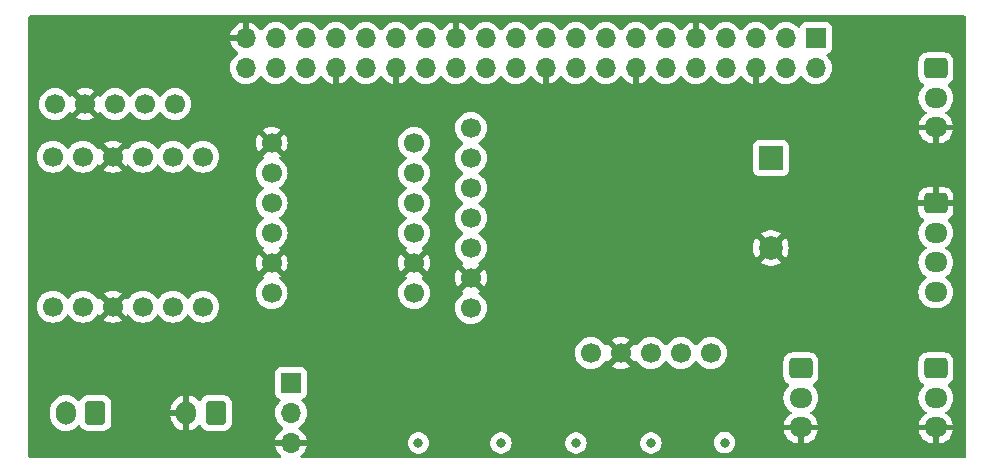
<source format=gbr>
%TF.GenerationSoftware,KiCad,Pcbnew,7.0.8-7.0.8~ubuntu22.04.1*%
%TF.CreationDate,2023-11-16T19:53:21+00:00*%
%TF.ProjectId,v4head,76346865-6164-42e6-9b69-6361645f7063,rev?*%
%TF.SameCoordinates,Original*%
%TF.FileFunction,Copper,L3,Inr*%
%TF.FilePolarity,Positive*%
%FSLAX46Y46*%
G04 Gerber Fmt 4.6, Leading zero omitted, Abs format (unit mm)*
G04 Created by KiCad (PCBNEW 7.0.8-7.0.8~ubuntu22.04.1) date 2023-11-16 19:53:21*
%MOMM*%
%LPD*%
G01*
G04 APERTURE LIST*
G04 Aperture macros list*
%AMRoundRect*
0 Rectangle with rounded corners*
0 $1 Rounding radius*
0 $2 $3 $4 $5 $6 $7 $8 $9 X,Y pos of 4 corners*
0 Add a 4 corners polygon primitive as box body*
4,1,4,$2,$3,$4,$5,$6,$7,$8,$9,$2,$3,0*
0 Add four circle primitives for the rounded corners*
1,1,$1+$1,$2,$3*
1,1,$1+$1,$4,$5*
1,1,$1+$1,$6,$7*
1,1,$1+$1,$8,$9*
0 Add four rect primitives between the rounded corners*
20,1,$1+$1,$2,$3,$4,$5,0*
20,1,$1+$1,$4,$5,$6,$7,0*
20,1,$1+$1,$6,$7,$8,$9,0*
20,1,$1+$1,$8,$9,$2,$3,0*%
G04 Aperture macros list end*
%TA.AperFunction,ComponentPad*%
%ADD10C,1.700000*%
%TD*%
%TA.AperFunction,ComponentPad*%
%ADD11RoundRect,0.250000X-0.725000X0.600000X-0.725000X-0.600000X0.725000X-0.600000X0.725000X0.600000X0*%
%TD*%
%TA.AperFunction,ComponentPad*%
%ADD12O,1.950000X1.700000*%
%TD*%
%TA.AperFunction,ComponentPad*%
%ADD13R,1.700000X1.700000*%
%TD*%
%TA.AperFunction,ComponentPad*%
%ADD14O,1.700000X1.700000*%
%TD*%
%TA.AperFunction,ComponentPad*%
%ADD15R,2.000000X2.000000*%
%TD*%
%TA.AperFunction,ComponentPad*%
%ADD16C,2.000000*%
%TD*%
%TA.AperFunction,ComponentPad*%
%ADD17RoundRect,0.250000X0.600000X0.750000X-0.600000X0.750000X-0.600000X-0.750000X0.600000X-0.750000X0*%
%TD*%
%TA.AperFunction,ComponentPad*%
%ADD18O,1.700000X2.000000*%
%TD*%
%TA.AperFunction,ViaPad*%
%ADD19C,0.800000*%
%TD*%
G04 APERTURE END LIST*
D10*
%TO.N,+5V*%
%TO.C,LLC1*%
X128427500Y-73547500D03*
%TO.N,GND*%
X125887500Y-73547500D03*
%TO.N,Net-(5V_EXT1-Pin_1)*%
X133507500Y-73547500D03*
%TO.N,Net-(LLC1-HV2)*%
X130967500Y-73547500D03*
%TO.N,Net-(LLC1-HV3)*%
X123347500Y-73547500D03*
%TO.N,Net-(LLC1-HV4)*%
X120807500Y-73547500D03*
%TO.N,+3V3*%
X128427500Y-60847500D03*
%TO.N,GND*%
X125887500Y-60847500D03*
%TO.N,Net-(LLC1-LV1)*%
X133507500Y-60847500D03*
%TO.N,Net-(LLC1-LV2)*%
X130967500Y-60847500D03*
%TO.N,Net-(LLC1-LV3)*%
X123347500Y-60847500D03*
%TO.N,Net-(LLC1-LV4)*%
X120807500Y-60847500D03*
%TD*%
%TO.N,unconnected-(RCWL-516-CDS-Pad1)*%
%TO.C,RCWL-516*%
X131162500Y-56402500D03*
%TO.N,+5V*%
X128622500Y-56402500D03*
%TO.N,Net-(PI1-GPIO26)*%
X126082500Y-56402500D03*
%TO.N,GND*%
X123542500Y-56402500D03*
%TO.N,unconnected-(RCWL-516-3V3_OUT-Pad5)*%
X121002500Y-56402500D03*
%TD*%
%TO.N,+5V*%
%TO.C,AMP1*%
X156210000Y-73660000D03*
%TO.N,GND*%
X156210000Y-71120000D03*
%TO.N,unconnected-(AMP1-SD-Pad3)*%
X156210000Y-68580000D03*
%TO.N,unconnected-(AMP1-Gain-Pad4)*%
X156210000Y-66040000D03*
%TO.N,Net-(AMP1-DIN)*%
X156210000Y-63500000D03*
%TO.N,Net-(AMP1-BCLK)*%
X156210000Y-60960000D03*
%TO.N,Net-(AMP1-LRCLK)*%
X156210000Y-58420000D03*
%TD*%
D11*
%TO.N,Net-(5V_EXT1-Pin_1)*%
%TO.C,5V_EXT1*%
X195580000Y-78780000D03*
D12*
%TO.N,+5V*%
X195580000Y-81280000D03*
%TO.N,GND*%
X195580000Y-83780000D03*
%TD*%
D13*
%TO.N,+3V3*%
%TO.C,PI1*%
X185420000Y-50800000D03*
D14*
%TO.N,+5V*%
X185420000Y-53340000D03*
%TO.N,Net-(I2C_EXT1-Pin_3)*%
X182880000Y-50800000D03*
%TO.N,+5V*%
X182880000Y-53340000D03*
%TO.N,Net-(I2C_EXT1-Pin_4)*%
X180340000Y-50800000D03*
%TO.N,GND*%
X180340000Y-53340000D03*
%TO.N,unconnected-(PI1-GCLK0{slash}GPIO4-Pad7)*%
X177800000Y-50800000D03*
%TO.N,Net-(LLC1-LV4)*%
X177800000Y-53340000D03*
%TO.N,GND*%
X175260000Y-50800000D03*
%TO.N,Net-(LLC1-LV3)*%
X175260000Y-53340000D03*
%TO.N,unconnected-(PI1-GPIO17-Pad11)*%
X172720000Y-50800000D03*
%TO.N,Net-(AMP1-BCLK)*%
X172720000Y-53340000D03*
%TO.N,Net-(BZ1--)*%
X170180000Y-50800000D03*
%TO.N,GND*%
X170180000Y-53340000D03*
%TO.N,unconnected-(PI1-GPIO22-Pad15)*%
X167640000Y-50800000D03*
%TO.N,unconnected-(PI1-GPIO23-Pad16)*%
X167640000Y-53340000D03*
%TO.N,unconnected-(PI1-3V3-Pad17)*%
X165100000Y-50800000D03*
%TO.N,unconnected-(PI1-GPIO24-Pad18)*%
X165100000Y-53340000D03*
%TO.N,unconnected-(PI1-MOSI0{slash}GPIO10-Pad19)*%
X162560000Y-50800000D03*
%TO.N,GND*%
X162560000Y-53340000D03*
%TO.N,unconnected-(PI1-MISO0{slash}GPIO9-Pad21)*%
X160020000Y-50800000D03*
%TO.N,Net-(3V_EXT1-Pin_1)*%
X160020000Y-53340000D03*
%TO.N,unconnected-(PI1-SCLK0{slash}GPIO11-Pad23)*%
X157480000Y-50800000D03*
%TO.N,unconnected-(PI1-~{CE0}{slash}GPIO8-Pad24)*%
X157480000Y-53340000D03*
%TO.N,GND*%
X154940000Y-50800000D03*
%TO.N,unconnected-(PI1-~{CE1}{slash}GPIO7-Pad26)*%
X154940000Y-53340000D03*
%TO.N,unconnected-(PI1-ID_SD{slash}GPIO0-Pad27)*%
X152400000Y-50800000D03*
%TO.N,unconnected-(PI1-ID_SC{slash}GPIO1-Pad28)*%
X152400000Y-53340000D03*
%TO.N,unconnected-(PI1-GCLK1{slash}GPIO5-Pad29)*%
X149860000Y-50800000D03*
%TO.N,GND*%
X149860000Y-53340000D03*
%TO.N,unconnected-(PI1-GCLK2{slash}GPIO6-Pad31)*%
X147320000Y-50800000D03*
%TO.N,Net-(LLC1-LV2)*%
X147320000Y-53340000D03*
%TO.N,Net-(LLC1-LV1)*%
X144780000Y-50800000D03*
%TO.N,GND*%
X144780000Y-53340000D03*
%TO.N,Net-(AMP1-LRCLK)*%
X142240000Y-50800000D03*
%TO.N,unconnected-(PI1-GPIO16-Pad36)*%
X142240000Y-53340000D03*
%TO.N,Net-(PI1-GPIO26)*%
X139700000Y-50800000D03*
%TO.N,Net-(MIC1-DOUT)*%
X139700000Y-53340000D03*
%TO.N,GND*%
X137160000Y-50800000D03*
%TO.N,Net-(AMP1-DIN)*%
X137160000Y-53340000D03*
%TD*%
D11*
%TO.N,Net-(3V_EXT1-Pin_1)*%
%TO.C,3V_EXT1*%
X195580000Y-53380000D03*
D12*
%TO.N,+3V3*%
X195580000Y-55880000D03*
%TO.N,GND*%
X195580000Y-58380000D03*
%TD*%
D15*
%TO.N,Net-(BZ1--)*%
%TO.C,BZ1*%
X181610000Y-60970000D03*
D16*
%TO.N,GND*%
X181610000Y-68570000D03*
%TD*%
D10*
%TO.N,GND*%
%TO.C,MIC2*%
X139335000Y-59690000D03*
%TO.N,Net-(AMP1-LRCLK)*%
X139335000Y-62230000D03*
%TO.N,Net-(MIC1-DOUT)*%
X139335000Y-64770000D03*
%TO.N,Net-(AMP1-BCLK)*%
X139335000Y-67310000D03*
%TO.N,GND*%
X139335000Y-69850000D03*
%TO.N,+3V3*%
X139335000Y-72390000D03*
%TD*%
%TO.N,+3V3*%
%TO.C,I2C_NEO1*%
X166370000Y-77470000D03*
%TO.N,GND*%
X168910000Y-77470000D03*
%TO.N,Net-(I2C_EXT1-Pin_4)*%
X171450000Y-77470000D03*
%TO.N,Net-(I2C_EXT1-Pin_3)*%
X173990000Y-77470000D03*
%TO.N,Net-(D1-DIN)*%
X176530000Y-77470000D03*
%TD*%
D11*
%TO.N,GND*%
%TO.C,I2C_EXT1*%
X195580000Y-64810000D03*
D12*
%TO.N,+3V3*%
X195580000Y-67310000D03*
%TO.N,Net-(I2C_EXT1-Pin_3)*%
X195580000Y-69810000D03*
%TO.N,Net-(I2C_EXT1-Pin_4)*%
X195580000Y-72310000D03*
%TD*%
D13*
%TO.N,Net-(LLC1-HV2)*%
%TO.C,SRV1*%
X140970000Y-80010000D03*
D14*
%TO.N,+5V*%
X140970000Y-82550000D03*
%TO.N,GND*%
X140970000Y-85090000D03*
%TD*%
D17*
%TO.N,Net-(LLC1-HV3)*%
%TO.C,SERIAL1*%
X124420000Y-82550000D03*
D18*
%TO.N,Net-(LLC1-HV4)*%
X121920000Y-82550000D03*
%TD*%
D11*
%TO.N,Net-(D5-DOUT)*%
%TO.C,NEO1*%
X184150000Y-78780000D03*
D12*
%TO.N,+5V*%
X184150000Y-81280000D03*
%TO.N,GND*%
X184150000Y-83780000D03*
%TD*%
D10*
%TO.N,+3V3*%
%TO.C,MIC1*%
X151400000Y-59690000D03*
%TO.N,Net-(AMP1-LRCLK)*%
X151400000Y-62230000D03*
%TO.N,Net-(MIC1-DOUT)*%
X151400000Y-64770000D03*
%TO.N,Net-(AMP1-BCLK)*%
X151400000Y-67310000D03*
%TO.N,GND*%
X151400000Y-69850000D03*
%TO.N,+3V3*%
X151400000Y-72390000D03*
%TD*%
D17*
%TO.N,+5V*%
%TO.C,PWR1*%
X134620000Y-82550000D03*
D18*
%TO.N,GND*%
X132120000Y-82550000D03*
%TD*%
D19*
%TO.N,+5V*%
X177683445Y-85060340D03*
X171450000Y-85090000D03*
X165100000Y-85090000D03*
X151765000Y-85090000D03*
X158750000Y-85090000D03*
%TO.N,GND*%
X172085000Y-81280000D03*
X159385000Y-81280000D03*
X165735000Y-81280000D03*
X146050000Y-81280000D03*
X153035000Y-81280000D03*
%TD*%
%TA.AperFunction,Conductor*%
%TO.N,GND*%
G36*
X198063039Y-48914685D02*
G01*
X198108794Y-48967489D01*
X198120000Y-49019000D01*
X198120000Y-86236000D01*
X198100315Y-86303039D01*
X198047511Y-86348794D01*
X197996000Y-86360000D01*
X141903182Y-86360000D01*
X141836143Y-86340315D01*
X141790388Y-86287511D01*
X141780444Y-86218353D01*
X141809469Y-86154797D01*
X141832056Y-86134427D01*
X141841079Y-86128108D01*
X142008105Y-85961082D01*
X142143600Y-85767578D01*
X142243429Y-85553492D01*
X142243432Y-85553486D01*
X142300636Y-85340000D01*
X141403686Y-85340000D01*
X141429493Y-85299844D01*
X141470000Y-85161889D01*
X141470000Y-85090000D01*
X150859540Y-85090000D01*
X150879326Y-85278256D01*
X150879327Y-85278259D01*
X150937818Y-85458277D01*
X150937821Y-85458284D01*
X151032467Y-85622216D01*
X151132423Y-85733228D01*
X151159129Y-85762888D01*
X151312265Y-85874148D01*
X151312270Y-85874151D01*
X151485192Y-85951142D01*
X151485197Y-85951144D01*
X151670354Y-85990500D01*
X151670355Y-85990500D01*
X151859644Y-85990500D01*
X151859646Y-85990500D01*
X152044803Y-85951144D01*
X152217730Y-85874151D01*
X152370871Y-85762888D01*
X152497533Y-85622216D01*
X152592179Y-85458284D01*
X152650674Y-85278256D01*
X152670460Y-85090000D01*
X157844540Y-85090000D01*
X157864326Y-85278256D01*
X157864327Y-85278259D01*
X157922818Y-85458277D01*
X157922821Y-85458284D01*
X158017467Y-85622216D01*
X158117423Y-85733228D01*
X158144129Y-85762888D01*
X158297265Y-85874148D01*
X158297270Y-85874151D01*
X158470192Y-85951142D01*
X158470197Y-85951144D01*
X158655354Y-85990500D01*
X158655355Y-85990500D01*
X158844644Y-85990500D01*
X158844646Y-85990500D01*
X159029803Y-85951144D01*
X159202730Y-85874151D01*
X159355871Y-85762888D01*
X159482533Y-85622216D01*
X159577179Y-85458284D01*
X159635674Y-85278256D01*
X159655460Y-85090000D01*
X164194540Y-85090000D01*
X164214326Y-85278256D01*
X164214327Y-85278259D01*
X164272818Y-85458277D01*
X164272821Y-85458284D01*
X164367467Y-85622216D01*
X164467423Y-85733228D01*
X164494129Y-85762888D01*
X164647265Y-85874148D01*
X164647270Y-85874151D01*
X164820192Y-85951142D01*
X164820197Y-85951144D01*
X165005354Y-85990500D01*
X165005355Y-85990500D01*
X165194644Y-85990500D01*
X165194646Y-85990500D01*
X165379803Y-85951144D01*
X165552730Y-85874151D01*
X165705871Y-85762888D01*
X165832533Y-85622216D01*
X165927179Y-85458284D01*
X165985674Y-85278256D01*
X166005460Y-85090000D01*
X170544540Y-85090000D01*
X170564326Y-85278256D01*
X170564327Y-85278259D01*
X170622818Y-85458277D01*
X170622821Y-85458284D01*
X170717467Y-85622216D01*
X170817423Y-85733228D01*
X170844129Y-85762888D01*
X170997265Y-85874148D01*
X170997270Y-85874151D01*
X171170192Y-85951142D01*
X171170197Y-85951144D01*
X171355354Y-85990500D01*
X171355355Y-85990500D01*
X171544644Y-85990500D01*
X171544646Y-85990500D01*
X171729803Y-85951144D01*
X171902730Y-85874151D01*
X172055871Y-85762888D01*
X172182533Y-85622216D01*
X172277179Y-85458284D01*
X172335674Y-85278256D01*
X172355460Y-85090000D01*
X172352343Y-85060340D01*
X176777985Y-85060340D01*
X176797771Y-85248596D01*
X176797772Y-85248599D01*
X176856263Y-85428617D01*
X176856266Y-85428624D01*
X176950912Y-85592556D01*
X177077574Y-85733228D01*
X177230710Y-85844488D01*
X177230715Y-85844491D01*
X177403637Y-85921482D01*
X177403642Y-85921484D01*
X177588799Y-85960840D01*
X177588800Y-85960840D01*
X177778089Y-85960840D01*
X177778091Y-85960840D01*
X177963248Y-85921484D01*
X178136175Y-85844491D01*
X178289316Y-85733228D01*
X178415978Y-85592556D01*
X178510624Y-85428624D01*
X178569119Y-85248596D01*
X178588905Y-85060340D01*
X178569119Y-84872084D01*
X178510624Y-84692056D01*
X178415978Y-84528124D01*
X178289316Y-84387452D01*
X178289315Y-84387451D01*
X178136179Y-84276191D01*
X178136174Y-84276188D01*
X177963252Y-84199197D01*
X177963247Y-84199195D01*
X177817446Y-84168205D01*
X177778091Y-84159840D01*
X177588799Y-84159840D01*
X177556342Y-84166738D01*
X177403642Y-84199195D01*
X177403637Y-84199197D01*
X177230715Y-84276188D01*
X177230710Y-84276191D01*
X177077574Y-84387451D01*
X176950911Y-84528125D01*
X176856266Y-84692055D01*
X176856263Y-84692062D01*
X176797772Y-84872080D01*
X176797771Y-84872084D01*
X176777985Y-85060340D01*
X172352343Y-85060340D01*
X172335674Y-84901744D01*
X172277179Y-84721716D01*
X172182533Y-84557784D01*
X172055871Y-84417112D01*
X172049413Y-84412420D01*
X171902734Y-84305851D01*
X171902729Y-84305848D01*
X171729807Y-84228857D01*
X171729802Y-84228855D01*
X171584001Y-84197865D01*
X171544646Y-84189500D01*
X171355354Y-84189500D01*
X171322897Y-84196398D01*
X171170197Y-84228855D01*
X171170192Y-84228857D01*
X170997270Y-84305848D01*
X170997265Y-84305851D01*
X170844129Y-84417111D01*
X170717466Y-84557785D01*
X170622821Y-84721715D01*
X170622818Y-84721722D01*
X170573964Y-84872080D01*
X170564326Y-84901744D01*
X170544540Y-85090000D01*
X166005460Y-85090000D01*
X165985674Y-84901744D01*
X165927179Y-84721716D01*
X165832533Y-84557784D01*
X165705871Y-84417112D01*
X165699413Y-84412420D01*
X165552734Y-84305851D01*
X165552729Y-84305848D01*
X165379807Y-84228857D01*
X165379802Y-84228855D01*
X165234001Y-84197865D01*
X165194646Y-84189500D01*
X165005354Y-84189500D01*
X164972897Y-84196398D01*
X164820197Y-84228855D01*
X164820192Y-84228857D01*
X164647270Y-84305848D01*
X164647265Y-84305851D01*
X164494129Y-84417111D01*
X164367466Y-84557785D01*
X164272821Y-84721715D01*
X164272818Y-84721722D01*
X164223964Y-84872080D01*
X164214326Y-84901744D01*
X164194540Y-85090000D01*
X159655460Y-85090000D01*
X159635674Y-84901744D01*
X159577179Y-84721716D01*
X159482533Y-84557784D01*
X159355871Y-84417112D01*
X159349413Y-84412420D01*
X159202734Y-84305851D01*
X159202729Y-84305848D01*
X159029807Y-84228857D01*
X159029802Y-84228855D01*
X158884001Y-84197865D01*
X158844646Y-84189500D01*
X158655354Y-84189500D01*
X158622897Y-84196398D01*
X158470197Y-84228855D01*
X158470192Y-84228857D01*
X158297270Y-84305848D01*
X158297265Y-84305851D01*
X158144129Y-84417111D01*
X158017466Y-84557785D01*
X157922821Y-84721715D01*
X157922818Y-84721722D01*
X157873964Y-84872080D01*
X157864326Y-84901744D01*
X157844540Y-85090000D01*
X152670460Y-85090000D01*
X152650674Y-84901744D01*
X152592179Y-84721716D01*
X152497533Y-84557784D01*
X152370871Y-84417112D01*
X152364413Y-84412420D01*
X152217734Y-84305851D01*
X152217729Y-84305848D01*
X152044807Y-84228857D01*
X152044802Y-84228855D01*
X151899001Y-84197865D01*
X151859646Y-84189500D01*
X151670354Y-84189500D01*
X151637897Y-84196398D01*
X151485197Y-84228855D01*
X151485192Y-84228857D01*
X151312270Y-84305848D01*
X151312265Y-84305851D01*
X151159129Y-84417111D01*
X151032466Y-84557785D01*
X150937821Y-84721715D01*
X150937818Y-84721722D01*
X150888964Y-84872080D01*
X150879326Y-84901744D01*
X150859540Y-85090000D01*
X141470000Y-85090000D01*
X141470000Y-85018111D01*
X141429493Y-84880156D01*
X141403686Y-84840000D01*
X142300636Y-84840000D01*
X142300635Y-84839999D01*
X142243432Y-84626513D01*
X142243429Y-84626507D01*
X142143600Y-84412422D01*
X142143599Y-84412420D01*
X142008113Y-84218926D01*
X142008108Y-84218920D01*
X141841078Y-84051890D01*
X141655405Y-83921879D01*
X141611780Y-83867302D01*
X141604588Y-83797804D01*
X141636110Y-83735449D01*
X141655406Y-83718730D01*
X141665439Y-83711705D01*
X141841401Y-83588495D01*
X142008495Y-83421401D01*
X142144035Y-83227830D01*
X142243903Y-83013663D01*
X142305063Y-82785408D01*
X142325659Y-82550000D01*
X142305063Y-82314592D01*
X142243903Y-82086337D01*
X142144035Y-81872171D01*
X142039004Y-81722171D01*
X142008496Y-81678600D01*
X141977096Y-81647200D01*
X141886567Y-81556671D01*
X141853084Y-81495351D01*
X141858068Y-81425659D01*
X141899939Y-81369725D01*
X141930915Y-81352810D01*
X142062331Y-81303796D01*
X142094118Y-81280000D01*
X182669341Y-81280000D01*
X182689936Y-81515403D01*
X182689938Y-81515413D01*
X182751094Y-81743655D01*
X182751096Y-81743659D01*
X182751097Y-81743663D01*
X182801031Y-81850746D01*
X182850964Y-81957828D01*
X182850965Y-81957830D01*
X182986505Y-82151402D01*
X183153597Y-82318494D01*
X183311031Y-82428730D01*
X183354656Y-82483307D01*
X183361850Y-82552805D01*
X183330327Y-82615160D01*
X183311032Y-82631880D01*
X183153922Y-82741890D01*
X183153920Y-82741891D01*
X182986894Y-82908917D01*
X182851399Y-83102421D01*
X182751570Y-83316507D01*
X182751567Y-83316513D01*
X182694364Y-83529999D01*
X182694364Y-83530000D01*
X183746031Y-83530000D01*
X183713481Y-83580649D01*
X183675000Y-83711705D01*
X183675000Y-83848295D01*
X183713481Y-83979351D01*
X183746031Y-84030000D01*
X182694364Y-84030000D01*
X182751567Y-84243486D01*
X182751570Y-84243492D01*
X182851399Y-84457577D01*
X182851400Y-84457579D01*
X182986886Y-84651073D01*
X182986891Y-84651079D01*
X183153920Y-84818108D01*
X183153926Y-84818113D01*
X183347420Y-84953599D01*
X183347422Y-84953600D01*
X183561507Y-85053429D01*
X183561516Y-85053433D01*
X183789678Y-85114568D01*
X183900000Y-85124219D01*
X183900000Y-84188018D01*
X184014801Y-84240446D01*
X184116025Y-84255000D01*
X184183975Y-84255000D01*
X184285199Y-84240446D01*
X184400000Y-84188018D01*
X184400000Y-85124219D01*
X184510320Y-85114568D01*
X184510323Y-85114568D01*
X184738483Y-85053433D01*
X184738492Y-85053429D01*
X184952577Y-84953600D01*
X184952579Y-84953599D01*
X185146073Y-84818113D01*
X185146079Y-84818108D01*
X185313105Y-84651082D01*
X185448600Y-84457578D01*
X185548429Y-84243492D01*
X185548432Y-84243486D01*
X185605636Y-84030000D01*
X184553969Y-84030000D01*
X184586519Y-83979351D01*
X184625000Y-83848295D01*
X184625000Y-83711705D01*
X184586519Y-83580649D01*
X184553969Y-83530000D01*
X185605636Y-83530000D01*
X185605635Y-83529999D01*
X185548432Y-83316513D01*
X185548429Y-83316507D01*
X185448600Y-83102422D01*
X185448599Y-83102420D01*
X185313113Y-82908926D01*
X185313108Y-82908920D01*
X185146079Y-82741891D01*
X185146073Y-82741886D01*
X184988967Y-82631880D01*
X184945342Y-82577303D01*
X184938148Y-82507805D01*
X184969671Y-82445450D01*
X184988960Y-82428735D01*
X185146401Y-82318495D01*
X185313495Y-82151401D01*
X185449035Y-81957830D01*
X185548903Y-81743663D01*
X185610063Y-81515408D01*
X185630659Y-81280000D01*
X194099341Y-81280000D01*
X194119936Y-81515403D01*
X194119938Y-81515413D01*
X194181094Y-81743655D01*
X194181096Y-81743659D01*
X194181097Y-81743663D01*
X194231031Y-81850746D01*
X194280964Y-81957828D01*
X194280965Y-81957830D01*
X194416505Y-82151402D01*
X194583597Y-82318494D01*
X194741031Y-82428730D01*
X194784656Y-82483307D01*
X194791850Y-82552805D01*
X194760327Y-82615160D01*
X194741032Y-82631880D01*
X194583922Y-82741890D01*
X194583920Y-82741891D01*
X194416894Y-82908917D01*
X194281399Y-83102421D01*
X194181570Y-83316507D01*
X194181567Y-83316513D01*
X194124364Y-83529999D01*
X194124364Y-83530000D01*
X195176031Y-83530000D01*
X195143481Y-83580649D01*
X195105000Y-83711705D01*
X195105000Y-83848295D01*
X195143481Y-83979351D01*
X195176031Y-84030000D01*
X194124364Y-84030000D01*
X194181567Y-84243486D01*
X194181570Y-84243492D01*
X194281399Y-84457577D01*
X194281400Y-84457579D01*
X194416886Y-84651073D01*
X194416891Y-84651079D01*
X194583920Y-84818108D01*
X194583926Y-84818113D01*
X194777420Y-84953599D01*
X194777422Y-84953600D01*
X194991507Y-85053429D01*
X194991516Y-85053433D01*
X195219678Y-85114568D01*
X195330000Y-85124219D01*
X195330000Y-84188018D01*
X195444801Y-84240446D01*
X195546025Y-84255000D01*
X195613975Y-84255000D01*
X195715199Y-84240446D01*
X195830000Y-84188018D01*
X195830000Y-85124219D01*
X195940320Y-85114568D01*
X195940323Y-85114568D01*
X196168483Y-85053433D01*
X196168492Y-85053429D01*
X196382577Y-84953600D01*
X196382579Y-84953599D01*
X196576073Y-84818113D01*
X196576079Y-84818108D01*
X196743105Y-84651082D01*
X196878600Y-84457578D01*
X196978429Y-84243492D01*
X196978432Y-84243486D01*
X197035636Y-84030000D01*
X195983969Y-84030000D01*
X196016519Y-83979351D01*
X196055000Y-83848295D01*
X196055000Y-83711705D01*
X196016519Y-83580649D01*
X195983969Y-83530000D01*
X197035636Y-83530000D01*
X197035635Y-83529999D01*
X196978432Y-83316513D01*
X196978429Y-83316507D01*
X196878600Y-83102422D01*
X196878599Y-83102420D01*
X196743113Y-82908926D01*
X196743108Y-82908920D01*
X196576079Y-82741891D01*
X196576073Y-82741886D01*
X196418967Y-82631880D01*
X196375342Y-82577303D01*
X196368148Y-82507805D01*
X196399671Y-82445450D01*
X196418960Y-82428735D01*
X196576401Y-82318495D01*
X196743495Y-82151401D01*
X196879035Y-81957830D01*
X196978903Y-81743663D01*
X197040063Y-81515408D01*
X197060659Y-81280000D01*
X197040063Y-81044592D01*
X196978903Y-80816337D01*
X196879035Y-80602171D01*
X196879034Y-80602169D01*
X196743494Y-80408597D01*
X196596295Y-80261398D01*
X196562810Y-80200075D01*
X196567794Y-80130383D01*
X196609666Y-80074450D01*
X196618880Y-80068178D01*
X196624334Y-80064814D01*
X196773656Y-79972712D01*
X196897712Y-79848656D01*
X196989814Y-79699334D01*
X197044999Y-79532797D01*
X197055500Y-79430009D01*
X197055499Y-78129992D01*
X197044999Y-78027203D01*
X196989814Y-77860666D01*
X196897712Y-77711344D01*
X196773656Y-77587288D01*
X196624334Y-77495186D01*
X196457797Y-77440001D01*
X196457795Y-77440000D01*
X196355010Y-77429500D01*
X194804998Y-77429500D01*
X194804981Y-77429501D01*
X194702203Y-77440000D01*
X194702200Y-77440001D01*
X194535668Y-77495185D01*
X194535663Y-77495187D01*
X194386342Y-77587289D01*
X194262289Y-77711342D01*
X194170187Y-77860663D01*
X194170186Y-77860666D01*
X194115001Y-78027203D01*
X194115001Y-78027204D01*
X194115000Y-78027204D01*
X194104500Y-78129983D01*
X194104500Y-79430001D01*
X194104501Y-79430018D01*
X194115000Y-79532796D01*
X194115001Y-79532799D01*
X194170185Y-79699331D01*
X194170187Y-79699336D01*
X194262289Y-79848657D01*
X194386344Y-79972712D01*
X194541120Y-80068178D01*
X194587845Y-80120126D01*
X194599068Y-80189088D01*
X194571224Y-80253171D01*
X194563706Y-80261398D01*
X194416501Y-80408603D01*
X194416501Y-80408604D01*
X194280967Y-80602165D01*
X194280965Y-80602169D01*
X194181098Y-80816335D01*
X194181094Y-80816344D01*
X194119938Y-81044586D01*
X194119936Y-81044596D01*
X194099341Y-81279999D01*
X194099341Y-81280000D01*
X185630659Y-81280000D01*
X185610063Y-81044592D01*
X185548903Y-80816337D01*
X185449035Y-80602171D01*
X185449034Y-80602169D01*
X185313494Y-80408597D01*
X185166295Y-80261398D01*
X185132810Y-80200075D01*
X185137794Y-80130383D01*
X185179666Y-80074450D01*
X185188880Y-80068178D01*
X185194334Y-80064814D01*
X185343656Y-79972712D01*
X185467712Y-79848656D01*
X185559814Y-79699334D01*
X185614999Y-79532797D01*
X185625500Y-79430009D01*
X185625499Y-78129992D01*
X185614999Y-78027203D01*
X185559814Y-77860666D01*
X185467712Y-77711344D01*
X185343656Y-77587288D01*
X185194334Y-77495186D01*
X185027797Y-77440001D01*
X185027795Y-77440000D01*
X184925010Y-77429500D01*
X183374998Y-77429500D01*
X183374981Y-77429501D01*
X183272203Y-77440000D01*
X183272200Y-77440001D01*
X183105668Y-77495185D01*
X183105663Y-77495187D01*
X182956342Y-77587289D01*
X182832289Y-77711342D01*
X182740187Y-77860663D01*
X182740186Y-77860666D01*
X182685001Y-78027203D01*
X182685001Y-78027204D01*
X182685000Y-78027204D01*
X182674500Y-78129983D01*
X182674500Y-79430001D01*
X182674501Y-79430018D01*
X182685000Y-79532796D01*
X182685001Y-79532799D01*
X182740185Y-79699331D01*
X182740187Y-79699336D01*
X182832289Y-79848657D01*
X182956344Y-79972712D01*
X183111120Y-80068178D01*
X183157845Y-80120126D01*
X183169068Y-80189088D01*
X183141224Y-80253171D01*
X183133706Y-80261398D01*
X182986501Y-80408603D01*
X182986501Y-80408604D01*
X182850967Y-80602165D01*
X182850965Y-80602169D01*
X182751098Y-80816335D01*
X182751094Y-80816344D01*
X182689938Y-81044586D01*
X182689936Y-81044596D01*
X182669341Y-81279999D01*
X182669341Y-81280000D01*
X142094118Y-81280000D01*
X142177546Y-81217546D01*
X142263796Y-81102331D01*
X142314091Y-80967483D01*
X142320500Y-80907873D01*
X142320499Y-79112128D01*
X142314091Y-79052517D01*
X142263796Y-78917669D01*
X142263795Y-78917668D01*
X142263793Y-78917664D01*
X142177547Y-78802455D01*
X142177544Y-78802452D01*
X142062335Y-78716206D01*
X142062328Y-78716202D01*
X141927482Y-78665908D01*
X141927483Y-78665908D01*
X141867883Y-78659501D01*
X141867881Y-78659500D01*
X141867873Y-78659500D01*
X141867864Y-78659500D01*
X140072129Y-78659500D01*
X140072123Y-78659501D01*
X140012516Y-78665908D01*
X139877671Y-78716202D01*
X139877664Y-78716206D01*
X139762455Y-78802452D01*
X139762452Y-78802455D01*
X139676206Y-78917664D01*
X139676202Y-78917671D01*
X139625908Y-79052517D01*
X139619501Y-79112116D01*
X139619501Y-79112123D01*
X139619500Y-79112135D01*
X139619500Y-80907870D01*
X139619501Y-80907876D01*
X139625908Y-80967483D01*
X139676202Y-81102328D01*
X139676206Y-81102335D01*
X139762452Y-81217544D01*
X139762455Y-81217547D01*
X139877664Y-81303793D01*
X139877671Y-81303797D01*
X140009081Y-81352810D01*
X140065015Y-81394681D01*
X140089432Y-81460145D01*
X140074580Y-81528418D01*
X140053430Y-81556673D01*
X139931503Y-81678600D01*
X139795965Y-81872169D01*
X139795964Y-81872171D01*
X139696098Y-82086335D01*
X139696094Y-82086344D01*
X139634938Y-82314586D01*
X139634936Y-82314596D01*
X139614341Y-82549999D01*
X139614341Y-82550000D01*
X139634936Y-82785403D01*
X139634938Y-82785413D01*
X139696094Y-83013655D01*
X139696096Y-83013659D01*
X139696097Y-83013663D01*
X139766044Y-83163664D01*
X139795965Y-83227830D01*
X139795967Y-83227834D01*
X139931501Y-83421395D01*
X139931506Y-83421402D01*
X140098597Y-83588493D01*
X140098603Y-83588498D01*
X140284594Y-83718730D01*
X140328219Y-83773307D01*
X140335413Y-83842805D01*
X140303890Y-83905160D01*
X140284595Y-83921880D01*
X140098922Y-84051890D01*
X140098920Y-84051891D01*
X139931891Y-84218920D01*
X139931886Y-84218926D01*
X139796400Y-84412420D01*
X139796399Y-84412422D01*
X139696570Y-84626507D01*
X139696567Y-84626513D01*
X139639364Y-84839999D01*
X139639364Y-84840000D01*
X140536314Y-84840000D01*
X140510507Y-84880156D01*
X140470000Y-85018111D01*
X140470000Y-85161889D01*
X140510507Y-85299844D01*
X140536314Y-85340000D01*
X139639364Y-85340000D01*
X139696567Y-85553486D01*
X139696570Y-85553492D01*
X139796399Y-85767578D01*
X139931894Y-85961082D01*
X140098920Y-86128108D01*
X140107944Y-86134427D01*
X140151567Y-86189004D01*
X140158759Y-86258503D01*
X140127235Y-86320857D01*
X140067005Y-86356270D01*
X140036818Y-86360000D01*
X118869000Y-86360000D01*
X118801961Y-86340315D01*
X118756206Y-86287511D01*
X118745000Y-86236000D01*
X118745000Y-82758966D01*
X120569500Y-82758966D01*
X120584936Y-82935403D01*
X120584938Y-82935413D01*
X120646094Y-83163655D01*
X120646096Y-83163659D01*
X120646097Y-83163663D01*
X120676019Y-83227830D01*
X120745964Y-83377828D01*
X120745965Y-83377830D01*
X120881505Y-83571402D01*
X121021809Y-83711705D01*
X121048599Y-83738495D01*
X121091675Y-83768657D01*
X121242165Y-83874032D01*
X121242167Y-83874033D01*
X121242170Y-83874035D01*
X121456337Y-83973903D01*
X121684592Y-84035063D01*
X121861034Y-84050500D01*
X121919999Y-84055659D01*
X121920000Y-84055659D01*
X121920001Y-84055659D01*
X121978966Y-84050500D01*
X122155408Y-84035063D01*
X122383663Y-83973903D01*
X122597829Y-83874035D01*
X122791401Y-83738495D01*
X122938602Y-83591293D01*
X122999924Y-83557810D01*
X123069615Y-83562794D01*
X123125549Y-83604665D01*
X123131821Y-83613879D01*
X123135186Y-83619334D01*
X123227288Y-83768656D01*
X123351344Y-83892712D01*
X123500666Y-83984814D01*
X123667203Y-84039999D01*
X123769991Y-84050500D01*
X125070008Y-84050499D01*
X125172797Y-84039999D01*
X125339334Y-83984814D01*
X125488656Y-83892712D01*
X125612712Y-83768656D01*
X125704814Y-83619334D01*
X125759999Y-83452797D01*
X125770500Y-83350009D01*
X125770500Y-82800000D01*
X130773592Y-82800000D01*
X130785430Y-82935315D01*
X130785432Y-82935326D01*
X130846566Y-83163483D01*
X130846570Y-83163492D01*
X130946399Y-83377577D01*
X130946400Y-83377579D01*
X131081886Y-83571073D01*
X131081891Y-83571079D01*
X131248917Y-83738105D01*
X131442421Y-83873600D01*
X131656507Y-83973429D01*
X131656516Y-83973433D01*
X131870000Y-84030634D01*
X131870000Y-82985501D01*
X131977685Y-83034680D01*
X132084237Y-83050000D01*
X132155763Y-83050000D01*
X132262315Y-83034680D01*
X132370000Y-82985501D01*
X132370000Y-84030633D01*
X132583483Y-83973433D01*
X132583492Y-83973429D01*
X132797577Y-83873600D01*
X132797579Y-83873599D01*
X132991073Y-83738113D01*
X132991079Y-83738108D01*
X133138331Y-83590857D01*
X133199654Y-83557372D01*
X133269346Y-83562356D01*
X133325279Y-83604228D01*
X133331551Y-83613441D01*
X133335186Y-83619334D01*
X133427288Y-83768656D01*
X133551344Y-83892712D01*
X133700666Y-83984814D01*
X133867203Y-84039999D01*
X133969991Y-84050500D01*
X135270008Y-84050499D01*
X135372797Y-84039999D01*
X135539334Y-83984814D01*
X135688656Y-83892712D01*
X135812712Y-83768656D01*
X135904814Y-83619334D01*
X135959999Y-83452797D01*
X135970500Y-83350009D01*
X135970499Y-81749992D01*
X135969852Y-81743663D01*
X135959999Y-81647203D01*
X135959998Y-81647200D01*
X135904814Y-81480666D01*
X135812712Y-81331344D01*
X135688656Y-81207288D01*
X135557786Y-81126567D01*
X135539336Y-81115187D01*
X135539331Y-81115185D01*
X135500531Y-81102328D01*
X135372797Y-81060001D01*
X135372795Y-81060000D01*
X135270010Y-81049500D01*
X133969998Y-81049500D01*
X133969981Y-81049501D01*
X133867203Y-81060000D01*
X133867200Y-81060001D01*
X133700668Y-81115185D01*
X133700663Y-81115187D01*
X133551342Y-81207289D01*
X133427288Y-81331343D01*
X133427285Y-81331347D01*
X133331550Y-81486558D01*
X133279602Y-81533283D01*
X133210640Y-81544504D01*
X133146558Y-81516661D01*
X133138331Y-81509143D01*
X132991078Y-81361891D01*
X132797578Y-81226399D01*
X132583492Y-81126570D01*
X132583486Y-81126567D01*
X132370000Y-81069364D01*
X132370000Y-82114498D01*
X132262315Y-82065320D01*
X132155763Y-82050000D01*
X132084237Y-82050000D01*
X131977685Y-82065320D01*
X131870000Y-82114498D01*
X131870000Y-81069364D01*
X131869999Y-81069364D01*
X131656513Y-81126567D01*
X131656507Y-81126570D01*
X131442422Y-81226399D01*
X131442420Y-81226400D01*
X131248926Y-81361886D01*
X131248920Y-81361891D01*
X131081891Y-81528920D01*
X131081886Y-81528926D01*
X130946400Y-81722420D01*
X130946399Y-81722422D01*
X130846570Y-81936507D01*
X130846566Y-81936516D01*
X130785432Y-82164673D01*
X130785430Y-82164684D01*
X130773592Y-82299999D01*
X130773593Y-82300000D01*
X131686314Y-82300000D01*
X131660507Y-82340156D01*
X131620000Y-82478111D01*
X131620000Y-82621889D01*
X131660507Y-82759844D01*
X131686314Y-82800000D01*
X130773592Y-82800000D01*
X125770500Y-82800000D01*
X125770499Y-81749992D01*
X125769852Y-81743663D01*
X125759999Y-81647203D01*
X125759998Y-81647200D01*
X125704814Y-81480666D01*
X125612712Y-81331344D01*
X125488656Y-81207288D01*
X125357786Y-81126567D01*
X125339336Y-81115187D01*
X125339331Y-81115185D01*
X125300531Y-81102328D01*
X125172797Y-81060001D01*
X125172795Y-81060000D01*
X125070010Y-81049500D01*
X123769998Y-81049500D01*
X123769981Y-81049501D01*
X123667203Y-81060000D01*
X123667200Y-81060001D01*
X123500668Y-81115185D01*
X123500663Y-81115187D01*
X123351342Y-81207289D01*
X123227289Y-81331342D01*
X123131821Y-81486121D01*
X123079873Y-81532845D01*
X123010910Y-81544068D01*
X122946828Y-81516224D01*
X122938601Y-81508705D01*
X122791402Y-81361506D01*
X122791395Y-81361501D01*
X122789965Y-81360500D01*
X122675000Y-81280000D01*
X122597834Y-81225967D01*
X122597830Y-81225965D01*
X122597828Y-81225964D01*
X122383663Y-81126097D01*
X122383659Y-81126096D01*
X122383655Y-81126094D01*
X122155413Y-81064938D01*
X122155403Y-81064936D01*
X121920001Y-81044341D01*
X121919999Y-81044341D01*
X121684596Y-81064936D01*
X121684586Y-81064938D01*
X121456344Y-81126094D01*
X121456335Y-81126098D01*
X121242171Y-81225964D01*
X121242169Y-81225965D01*
X121048597Y-81361505D01*
X120881505Y-81528597D01*
X120745965Y-81722169D01*
X120745964Y-81722171D01*
X120646098Y-81936335D01*
X120646094Y-81936344D01*
X120584938Y-82164586D01*
X120584936Y-82164596D01*
X120569500Y-82341034D01*
X120569500Y-82758966D01*
X118745000Y-82758966D01*
X118745000Y-77470000D01*
X165014341Y-77470000D01*
X165034936Y-77705403D01*
X165034938Y-77705413D01*
X165096094Y-77933655D01*
X165096096Y-77933659D01*
X165096097Y-77933663D01*
X165139714Y-78027200D01*
X165195965Y-78147830D01*
X165195967Y-78147834D01*
X165254462Y-78231373D01*
X165331505Y-78341401D01*
X165498599Y-78508495D01*
X165595384Y-78576265D01*
X165692165Y-78644032D01*
X165692167Y-78644033D01*
X165692170Y-78644035D01*
X165906337Y-78743903D01*
X166134592Y-78805063D01*
X166322918Y-78821539D01*
X166369999Y-78825659D01*
X166370000Y-78825659D01*
X166370001Y-78825659D01*
X166409234Y-78822226D01*
X166605408Y-78805063D01*
X166833663Y-78743903D01*
X167047830Y-78644035D01*
X167241401Y-78508495D01*
X167408495Y-78341401D01*
X167538732Y-78155403D01*
X167593307Y-78111780D01*
X167662805Y-78104586D01*
X167725160Y-78136109D01*
X167741880Y-78155405D01*
X167795073Y-78231373D01*
X168426923Y-77599523D01*
X168450507Y-77679844D01*
X168528239Y-77800798D01*
X168636900Y-77894952D01*
X168767685Y-77954680D01*
X168777466Y-77956086D01*
X168148625Y-78584925D01*
X168232421Y-78643599D01*
X168446507Y-78743429D01*
X168446516Y-78743433D01*
X168674673Y-78804567D01*
X168674684Y-78804569D01*
X168909998Y-78825157D01*
X168910002Y-78825157D01*
X169145315Y-78804569D01*
X169145326Y-78804567D01*
X169373483Y-78743433D01*
X169373492Y-78743429D01*
X169587578Y-78643600D01*
X169587582Y-78643598D01*
X169671373Y-78584926D01*
X169671373Y-78584925D01*
X169042533Y-77956086D01*
X169052315Y-77954680D01*
X169183100Y-77894952D01*
X169291761Y-77800798D01*
X169369493Y-77679844D01*
X169393076Y-77599524D01*
X170024925Y-78231373D01*
X170078119Y-78155405D01*
X170132696Y-78111781D01*
X170202195Y-78104588D01*
X170264549Y-78136110D01*
X170281269Y-78155405D01*
X170411505Y-78341401D01*
X170578599Y-78508495D01*
X170675384Y-78576265D01*
X170772165Y-78644032D01*
X170772167Y-78644033D01*
X170772170Y-78644035D01*
X170986337Y-78743903D01*
X171214592Y-78805063D01*
X171402918Y-78821539D01*
X171449999Y-78825659D01*
X171450000Y-78825659D01*
X171450001Y-78825659D01*
X171489234Y-78822226D01*
X171685408Y-78805063D01*
X171913663Y-78743903D01*
X172127830Y-78644035D01*
X172321401Y-78508495D01*
X172488495Y-78341401D01*
X172618425Y-78155842D01*
X172673002Y-78112217D01*
X172742500Y-78105023D01*
X172804855Y-78136546D01*
X172821575Y-78155842D01*
X172951500Y-78341395D01*
X172951505Y-78341401D01*
X173118599Y-78508495D01*
X173215384Y-78576265D01*
X173312165Y-78644032D01*
X173312167Y-78644033D01*
X173312170Y-78644035D01*
X173526337Y-78743903D01*
X173754592Y-78805063D01*
X173942918Y-78821539D01*
X173989999Y-78825659D01*
X173990000Y-78825659D01*
X173990001Y-78825659D01*
X174029234Y-78822226D01*
X174225408Y-78805063D01*
X174453663Y-78743903D01*
X174667830Y-78644035D01*
X174861401Y-78508495D01*
X175028495Y-78341401D01*
X175158425Y-78155842D01*
X175213002Y-78112217D01*
X175282500Y-78105023D01*
X175344855Y-78136546D01*
X175361575Y-78155842D01*
X175491500Y-78341395D01*
X175491505Y-78341401D01*
X175658599Y-78508495D01*
X175755384Y-78576265D01*
X175852165Y-78644032D01*
X175852167Y-78644033D01*
X175852170Y-78644035D01*
X176066337Y-78743903D01*
X176294592Y-78805063D01*
X176482918Y-78821539D01*
X176529999Y-78825659D01*
X176530000Y-78825659D01*
X176530001Y-78825659D01*
X176569234Y-78822226D01*
X176765408Y-78805063D01*
X176993663Y-78743903D01*
X177207830Y-78644035D01*
X177401401Y-78508495D01*
X177568495Y-78341401D01*
X177704035Y-78147830D01*
X177803903Y-77933663D01*
X177865063Y-77705408D01*
X177885659Y-77470000D01*
X177865063Y-77234592D01*
X177803903Y-77006337D01*
X177704035Y-76792171D01*
X177698731Y-76784595D01*
X177568494Y-76598597D01*
X177401402Y-76431506D01*
X177401395Y-76431501D01*
X177207834Y-76295967D01*
X177207830Y-76295965D01*
X177207828Y-76295964D01*
X176993663Y-76196097D01*
X176993659Y-76196096D01*
X176993655Y-76196094D01*
X176765413Y-76134938D01*
X176765403Y-76134936D01*
X176530001Y-76114341D01*
X176529999Y-76114341D01*
X176294596Y-76134936D01*
X176294586Y-76134938D01*
X176066344Y-76196094D01*
X176066335Y-76196098D01*
X175852171Y-76295964D01*
X175852169Y-76295965D01*
X175658597Y-76431505D01*
X175491505Y-76598597D01*
X175361575Y-76784158D01*
X175306998Y-76827783D01*
X175237500Y-76834977D01*
X175175145Y-76803454D01*
X175158425Y-76784158D01*
X175028494Y-76598597D01*
X174861402Y-76431506D01*
X174861395Y-76431501D01*
X174667834Y-76295967D01*
X174667830Y-76295965D01*
X174667828Y-76295964D01*
X174453663Y-76196097D01*
X174453659Y-76196096D01*
X174453655Y-76196094D01*
X174225413Y-76134938D01*
X174225403Y-76134936D01*
X173990001Y-76114341D01*
X173989999Y-76114341D01*
X173754596Y-76134936D01*
X173754586Y-76134938D01*
X173526344Y-76196094D01*
X173526335Y-76196098D01*
X173312171Y-76295964D01*
X173312169Y-76295965D01*
X173118597Y-76431505D01*
X172951505Y-76598597D01*
X172821575Y-76784158D01*
X172766998Y-76827783D01*
X172697500Y-76834977D01*
X172635145Y-76803454D01*
X172618425Y-76784158D01*
X172488494Y-76598597D01*
X172321402Y-76431506D01*
X172321395Y-76431501D01*
X172127834Y-76295967D01*
X172127830Y-76295965D01*
X172127828Y-76295964D01*
X171913663Y-76196097D01*
X171913659Y-76196096D01*
X171913655Y-76196094D01*
X171685413Y-76134938D01*
X171685403Y-76134936D01*
X171450001Y-76114341D01*
X171449999Y-76114341D01*
X171214596Y-76134936D01*
X171214586Y-76134938D01*
X170986344Y-76196094D01*
X170986335Y-76196098D01*
X170772171Y-76295964D01*
X170772169Y-76295965D01*
X170578597Y-76431505D01*
X170411505Y-76598597D01*
X170281269Y-76784595D01*
X170226692Y-76828220D01*
X170157194Y-76835414D01*
X170094839Y-76803891D01*
X170078119Y-76784595D01*
X170024925Y-76708626D01*
X170024925Y-76708625D01*
X169393076Y-77340475D01*
X169369493Y-77260156D01*
X169291761Y-77139202D01*
X169183100Y-77045048D01*
X169052315Y-76985320D01*
X169042533Y-76983913D01*
X169671373Y-76355073D01*
X169671373Y-76355072D01*
X169587583Y-76296402D01*
X169587579Y-76296400D01*
X169373492Y-76196570D01*
X169373483Y-76196566D01*
X169145326Y-76135432D01*
X169145315Y-76135430D01*
X168910002Y-76114843D01*
X168909998Y-76114843D01*
X168674684Y-76135430D01*
X168674673Y-76135432D01*
X168446516Y-76196566D01*
X168446507Y-76196570D01*
X168232419Y-76296401D01*
X168148625Y-76355072D01*
X168777466Y-76983913D01*
X168767685Y-76985320D01*
X168636900Y-77045048D01*
X168528239Y-77139202D01*
X168450507Y-77260156D01*
X168426923Y-77340475D01*
X167795073Y-76708626D01*
X167741881Y-76784594D01*
X167687304Y-76828219D01*
X167617806Y-76835413D01*
X167555451Y-76803891D01*
X167538730Y-76784594D01*
X167408494Y-76598597D01*
X167241402Y-76431506D01*
X167241395Y-76431501D01*
X167047834Y-76295967D01*
X167047830Y-76295965D01*
X167047828Y-76295964D01*
X166833663Y-76196097D01*
X166833659Y-76196096D01*
X166833655Y-76196094D01*
X166605413Y-76134938D01*
X166605403Y-76134936D01*
X166370001Y-76114341D01*
X166369999Y-76114341D01*
X166134596Y-76134936D01*
X166134586Y-76134938D01*
X165906344Y-76196094D01*
X165906335Y-76196098D01*
X165692171Y-76295964D01*
X165692169Y-76295965D01*
X165498597Y-76431505D01*
X165331505Y-76598597D01*
X165195965Y-76792169D01*
X165195964Y-76792171D01*
X165096098Y-77006335D01*
X165096094Y-77006344D01*
X165034938Y-77234586D01*
X165034936Y-77234596D01*
X165014341Y-77469999D01*
X165014341Y-77470000D01*
X118745000Y-77470000D01*
X118745000Y-73547500D01*
X119451841Y-73547500D01*
X119472436Y-73782903D01*
X119472438Y-73782913D01*
X119533594Y-74011155D01*
X119533596Y-74011159D01*
X119533597Y-74011163D01*
X119586053Y-74123655D01*
X119633465Y-74225330D01*
X119633467Y-74225334D01*
X119691962Y-74308873D01*
X119769005Y-74418901D01*
X119936099Y-74585995D01*
X120032884Y-74653765D01*
X120129665Y-74721532D01*
X120129667Y-74721533D01*
X120129670Y-74721535D01*
X120343837Y-74821403D01*
X120572092Y-74882563D01*
X120760418Y-74899039D01*
X120807499Y-74903159D01*
X120807500Y-74903159D01*
X120807501Y-74903159D01*
X120846734Y-74899726D01*
X121042908Y-74882563D01*
X121271163Y-74821403D01*
X121485330Y-74721535D01*
X121678901Y-74585995D01*
X121845995Y-74418901D01*
X121975925Y-74233342D01*
X122030502Y-74189717D01*
X122100000Y-74182523D01*
X122162355Y-74214046D01*
X122179075Y-74233342D01*
X122309000Y-74418895D01*
X122309005Y-74418901D01*
X122476099Y-74585995D01*
X122572884Y-74653765D01*
X122669665Y-74721532D01*
X122669667Y-74721533D01*
X122669670Y-74721535D01*
X122883837Y-74821403D01*
X123112092Y-74882563D01*
X123300418Y-74899039D01*
X123347499Y-74903159D01*
X123347500Y-74903159D01*
X123347501Y-74903159D01*
X123386734Y-74899726D01*
X123582908Y-74882563D01*
X123811163Y-74821403D01*
X124025330Y-74721535D01*
X124218901Y-74585995D01*
X124385995Y-74418901D01*
X124516232Y-74232903D01*
X124570807Y-74189280D01*
X124640305Y-74182086D01*
X124702660Y-74213609D01*
X124719380Y-74232905D01*
X124772573Y-74308873D01*
X125404423Y-73677023D01*
X125428007Y-73757344D01*
X125505739Y-73878298D01*
X125614400Y-73972452D01*
X125745185Y-74032180D01*
X125754966Y-74033586D01*
X125126125Y-74662425D01*
X125209921Y-74721099D01*
X125424007Y-74820929D01*
X125424016Y-74820933D01*
X125652173Y-74882067D01*
X125652184Y-74882069D01*
X125887498Y-74902657D01*
X125887502Y-74902657D01*
X126122815Y-74882069D01*
X126122826Y-74882067D01*
X126350983Y-74820933D01*
X126350992Y-74820929D01*
X126565078Y-74721100D01*
X126565082Y-74721098D01*
X126648873Y-74662426D01*
X126648873Y-74662425D01*
X126020033Y-74033586D01*
X126029815Y-74032180D01*
X126160600Y-73972452D01*
X126269261Y-73878298D01*
X126346993Y-73757344D01*
X126370576Y-73677024D01*
X127002425Y-74308873D01*
X127055619Y-74232905D01*
X127110196Y-74189281D01*
X127179695Y-74182088D01*
X127242049Y-74213610D01*
X127258769Y-74232905D01*
X127389005Y-74418901D01*
X127556099Y-74585995D01*
X127652884Y-74653765D01*
X127749665Y-74721532D01*
X127749667Y-74721533D01*
X127749670Y-74721535D01*
X127963837Y-74821403D01*
X128192092Y-74882563D01*
X128380418Y-74899039D01*
X128427499Y-74903159D01*
X128427500Y-74903159D01*
X128427501Y-74903159D01*
X128466734Y-74899726D01*
X128662908Y-74882563D01*
X128891163Y-74821403D01*
X129105330Y-74721535D01*
X129298901Y-74585995D01*
X129465995Y-74418901D01*
X129595925Y-74233342D01*
X129650502Y-74189717D01*
X129720000Y-74182523D01*
X129782355Y-74214046D01*
X129799075Y-74233342D01*
X129929000Y-74418895D01*
X129929005Y-74418901D01*
X130096099Y-74585995D01*
X130192884Y-74653765D01*
X130289665Y-74721532D01*
X130289667Y-74721533D01*
X130289670Y-74721535D01*
X130503837Y-74821403D01*
X130732092Y-74882563D01*
X130920418Y-74899039D01*
X130967499Y-74903159D01*
X130967500Y-74903159D01*
X130967501Y-74903159D01*
X131006734Y-74899726D01*
X131202908Y-74882563D01*
X131431163Y-74821403D01*
X131645330Y-74721535D01*
X131838901Y-74585995D01*
X132005995Y-74418901D01*
X132135925Y-74233342D01*
X132190502Y-74189717D01*
X132260000Y-74182523D01*
X132322355Y-74214046D01*
X132339075Y-74233342D01*
X132469000Y-74418895D01*
X132469005Y-74418901D01*
X132636099Y-74585995D01*
X132732884Y-74653765D01*
X132829665Y-74721532D01*
X132829667Y-74721533D01*
X132829670Y-74721535D01*
X133043837Y-74821403D01*
X133272092Y-74882563D01*
X133460418Y-74899039D01*
X133507499Y-74903159D01*
X133507500Y-74903159D01*
X133507501Y-74903159D01*
X133546734Y-74899726D01*
X133742908Y-74882563D01*
X133971163Y-74821403D01*
X134185330Y-74721535D01*
X134378901Y-74585995D01*
X134545995Y-74418901D01*
X134681535Y-74225330D01*
X134781403Y-74011163D01*
X134842563Y-73782908D01*
X134863159Y-73547500D01*
X134842563Y-73312092D01*
X134781403Y-73083837D01*
X134681535Y-72869671D01*
X134676231Y-72862095D01*
X134545994Y-72676097D01*
X134378902Y-72509006D01*
X134378895Y-72509001D01*
X134345996Y-72485965D01*
X134329693Y-72474549D01*
X134208945Y-72390000D01*
X137979341Y-72390000D01*
X137999936Y-72625403D01*
X137999938Y-72625413D01*
X138061094Y-72853655D01*
X138061096Y-72853659D01*
X138061097Y-72853663D01*
X138123660Y-72987829D01*
X138160965Y-73067830D01*
X138160967Y-73067834D01*
X138265206Y-73216702D01*
X138296505Y-73261401D01*
X138463599Y-73428495D01*
X138530888Y-73475611D01*
X138657165Y-73564032D01*
X138657167Y-73564033D01*
X138657170Y-73564035D01*
X138871337Y-73663903D01*
X139099592Y-73725063D01*
X139287918Y-73741539D01*
X139334999Y-73745659D01*
X139335000Y-73745659D01*
X139335001Y-73745659D01*
X139374234Y-73742226D01*
X139570408Y-73725063D01*
X139798663Y-73663903D01*
X140012830Y-73564035D01*
X140206401Y-73428495D01*
X140373495Y-73261401D01*
X140509035Y-73067830D01*
X140608903Y-72853663D01*
X140670063Y-72625408D01*
X140690659Y-72390000D01*
X150044341Y-72390000D01*
X150064936Y-72625403D01*
X150064938Y-72625413D01*
X150126094Y-72853655D01*
X150126096Y-72853659D01*
X150126097Y-72853663D01*
X150188660Y-72987829D01*
X150225965Y-73067830D01*
X150225967Y-73067834D01*
X150330206Y-73216702D01*
X150361505Y-73261401D01*
X150528599Y-73428495D01*
X150595888Y-73475611D01*
X150722165Y-73564032D01*
X150722167Y-73564033D01*
X150722170Y-73564035D01*
X150936337Y-73663903D01*
X151164592Y-73725063D01*
X151352918Y-73741539D01*
X151399999Y-73745659D01*
X151400000Y-73745659D01*
X151400001Y-73745659D01*
X151439234Y-73742226D01*
X151635408Y-73725063D01*
X151863663Y-73663903D01*
X151872033Y-73660000D01*
X154854341Y-73660000D01*
X154874936Y-73895403D01*
X154874938Y-73895413D01*
X154936094Y-74123655D01*
X154936096Y-74123659D01*
X154936097Y-74123663D01*
X155022462Y-74308873D01*
X155035965Y-74337830D01*
X155035967Y-74337834D01*
X155092732Y-74418902D01*
X155171505Y-74531401D01*
X155338599Y-74698495D01*
X155435384Y-74766265D01*
X155532165Y-74834032D01*
X155532167Y-74834033D01*
X155532170Y-74834035D01*
X155746337Y-74933903D01*
X155974592Y-74995063D01*
X156162918Y-75011539D01*
X156209999Y-75015659D01*
X156210000Y-75015659D01*
X156210001Y-75015659D01*
X156249234Y-75012226D01*
X156445408Y-74995063D01*
X156673663Y-74933903D01*
X156887830Y-74834035D01*
X157081401Y-74698495D01*
X157248495Y-74531401D01*
X157384035Y-74337830D01*
X157483903Y-74123663D01*
X157545063Y-73895408D01*
X157565659Y-73660000D01*
X157545063Y-73424592D01*
X157483903Y-73196337D01*
X157384035Y-72982171D01*
X157335541Y-72912913D01*
X157248494Y-72788597D01*
X157081402Y-72621506D01*
X157081401Y-72621505D01*
X156895405Y-72491269D01*
X156851781Y-72436692D01*
X156844588Y-72367193D01*
X156873501Y-72310000D01*
X194099341Y-72310000D01*
X194119936Y-72545403D01*
X194119938Y-72545413D01*
X194181094Y-72773655D01*
X194181096Y-72773659D01*
X194181097Y-72773663D01*
X194186909Y-72786126D01*
X194280964Y-72987828D01*
X194280965Y-72987830D01*
X194416505Y-73181402D01*
X194583597Y-73348494D01*
X194777169Y-73484034D01*
X194777171Y-73484035D01*
X194991337Y-73583903D01*
X195219592Y-73645063D01*
X195396034Y-73660500D01*
X195763966Y-73660500D01*
X195940408Y-73645063D01*
X196168663Y-73583903D01*
X196382829Y-73484035D01*
X196576401Y-73348495D01*
X196743495Y-73181401D01*
X196879035Y-72987830D01*
X196978903Y-72773663D01*
X197040063Y-72545408D01*
X197060659Y-72310000D01*
X197060207Y-72304839D01*
X197050321Y-72191841D01*
X197040063Y-72074592D01*
X196978903Y-71846337D01*
X196879035Y-71632171D01*
X196879034Y-71632169D01*
X196743494Y-71438597D01*
X196576403Y-71271506D01*
X196497081Y-71215965D01*
X196419401Y-71161573D01*
X196375778Y-71106999D01*
X196368584Y-71037500D01*
X196400106Y-70975145D01*
X196419398Y-70958428D01*
X196576401Y-70848495D01*
X196743495Y-70681401D01*
X196879035Y-70487830D01*
X196978903Y-70273663D01*
X197040063Y-70045408D01*
X197060659Y-69810000D01*
X197060073Y-69803307D01*
X197043904Y-69618493D01*
X197040063Y-69574592D01*
X196983989Y-69365320D01*
X196978905Y-69346344D01*
X196978904Y-69346343D01*
X196978903Y-69346337D01*
X196879035Y-69132171D01*
X196879034Y-69132169D01*
X196743494Y-68938597D01*
X196576403Y-68771506D01*
X196520187Y-68732144D01*
X196419401Y-68661573D01*
X196375778Y-68606999D01*
X196368584Y-68537500D01*
X196400106Y-68475145D01*
X196419398Y-68458428D01*
X196576401Y-68348495D01*
X196743495Y-68181401D01*
X196879035Y-67987830D01*
X196978903Y-67773663D01*
X197040063Y-67545408D01*
X197060659Y-67310000D01*
X197058690Y-67287500D01*
X197043241Y-67110916D01*
X197040063Y-67074592D01*
X196978903Y-66846337D01*
X196879035Y-66632171D01*
X196879034Y-66632169D01*
X196743494Y-66438597D01*
X196595932Y-66291035D01*
X196562447Y-66229712D01*
X196567431Y-66160020D01*
X196609303Y-66104087D01*
X196618516Y-66097815D01*
X196773345Y-66002315D01*
X196897315Y-65878345D01*
X196989356Y-65729124D01*
X196989358Y-65729119D01*
X197044505Y-65562697D01*
X197044506Y-65562690D01*
X197054999Y-65459986D01*
X197055000Y-65459973D01*
X197055000Y-65060000D01*
X195983969Y-65060000D01*
X196016519Y-65009351D01*
X196055000Y-64878295D01*
X196055000Y-64741705D01*
X196016519Y-64610649D01*
X195983969Y-64560000D01*
X197054999Y-64560000D01*
X197054999Y-64160028D01*
X197054998Y-64160013D01*
X197044505Y-64057302D01*
X196989358Y-63890880D01*
X196989356Y-63890875D01*
X196897315Y-63741654D01*
X196773345Y-63617684D01*
X196624124Y-63525643D01*
X196624119Y-63525641D01*
X196457697Y-63470494D01*
X196457690Y-63470493D01*
X196354986Y-63460000D01*
X195830000Y-63460000D01*
X195830000Y-64401981D01*
X195715199Y-64349554D01*
X195613975Y-64335000D01*
X195546025Y-64335000D01*
X195444801Y-64349554D01*
X195330000Y-64401981D01*
X195330000Y-63460000D01*
X194805028Y-63460000D01*
X194805012Y-63460001D01*
X194702302Y-63470494D01*
X194535880Y-63525641D01*
X194535875Y-63525643D01*
X194386654Y-63617684D01*
X194262684Y-63741654D01*
X194170643Y-63890875D01*
X194170641Y-63890880D01*
X194115494Y-64057302D01*
X194115493Y-64057309D01*
X194105000Y-64160013D01*
X194105000Y-64560000D01*
X195176031Y-64560000D01*
X195143481Y-64610649D01*
X195105000Y-64741705D01*
X195105000Y-64878295D01*
X195143481Y-65009351D01*
X195176031Y-65060000D01*
X194105001Y-65060000D01*
X194105001Y-65459986D01*
X194115494Y-65562697D01*
X194170641Y-65729119D01*
X194170643Y-65729124D01*
X194262684Y-65878345D01*
X194386654Y-66002315D01*
X194541484Y-66097815D01*
X194588208Y-66149763D01*
X194599431Y-66218726D01*
X194571587Y-66282808D01*
X194564069Y-66291035D01*
X194416501Y-66438603D01*
X194416501Y-66438604D01*
X194280967Y-66632165D01*
X194280965Y-66632169D01*
X194181098Y-66846335D01*
X194181094Y-66846344D01*
X194119938Y-67074586D01*
X194119936Y-67074596D01*
X194099341Y-67309999D01*
X194099341Y-67310000D01*
X194119936Y-67545403D01*
X194119938Y-67545413D01*
X194181094Y-67773655D01*
X194181096Y-67773659D01*
X194181097Y-67773663D01*
X194231031Y-67880746D01*
X194280964Y-67987828D01*
X194280965Y-67987830D01*
X194416505Y-68181402D01*
X194583597Y-68348494D01*
X194740595Y-68458425D01*
X194784220Y-68513002D01*
X194791414Y-68582500D01*
X194759891Y-68644855D01*
X194740595Y-68661575D01*
X194583597Y-68771505D01*
X194416506Y-68938597D01*
X194416501Y-68938604D01*
X194280967Y-69132165D01*
X194280965Y-69132169D01*
X194181098Y-69346335D01*
X194181094Y-69346344D01*
X194119938Y-69574586D01*
X194119936Y-69574596D01*
X194099341Y-69809999D01*
X194099341Y-69810000D01*
X194119936Y-70045403D01*
X194119938Y-70045413D01*
X194181094Y-70273655D01*
X194181096Y-70273659D01*
X194181097Y-70273663D01*
X194199666Y-70313483D01*
X194280964Y-70487828D01*
X194280965Y-70487830D01*
X194416505Y-70681402D01*
X194583597Y-70848494D01*
X194740595Y-70958425D01*
X194784220Y-71013002D01*
X194791414Y-71082500D01*
X194759891Y-71144855D01*
X194740595Y-71161575D01*
X194583597Y-71271505D01*
X194416506Y-71438597D01*
X194416501Y-71438604D01*
X194280967Y-71632165D01*
X194280965Y-71632169D01*
X194181098Y-71846335D01*
X194181094Y-71846344D01*
X194119938Y-72074586D01*
X194119936Y-72074596D01*
X194099341Y-72309999D01*
X194099341Y-72310000D01*
X156873501Y-72310000D01*
X156876110Y-72304839D01*
X156895405Y-72288119D01*
X156971373Y-72234925D01*
X156342533Y-71606086D01*
X156352315Y-71604680D01*
X156483100Y-71544952D01*
X156591761Y-71450798D01*
X156669493Y-71329844D01*
X156693076Y-71249524D01*
X157324925Y-71881373D01*
X157324926Y-71881373D01*
X157383598Y-71797582D01*
X157383600Y-71797578D01*
X157483429Y-71583492D01*
X157483433Y-71583483D01*
X157544567Y-71355326D01*
X157544569Y-71355315D01*
X157565157Y-71120001D01*
X157565157Y-71119998D01*
X157544569Y-70884684D01*
X157544567Y-70884673D01*
X157483433Y-70656516D01*
X157483429Y-70656507D01*
X157383600Y-70442423D01*
X157383599Y-70442421D01*
X157324925Y-70358626D01*
X157324925Y-70358625D01*
X156693076Y-70990475D01*
X156669493Y-70910156D01*
X156591761Y-70789202D01*
X156483100Y-70695048D01*
X156352315Y-70635320D01*
X156342533Y-70633913D01*
X156971373Y-70005073D01*
X156971373Y-70005072D01*
X156895405Y-69951880D01*
X156851780Y-69897304D01*
X156844586Y-69827805D01*
X156876108Y-69765451D01*
X156895399Y-69748734D01*
X157081401Y-69618495D01*
X157248495Y-69451401D01*
X157384035Y-69257830D01*
X157483903Y-69043663D01*
X157545063Y-68815408D01*
X157565659Y-68580000D01*
X157564785Y-68570005D01*
X180104859Y-68570005D01*
X180125385Y-68817729D01*
X180125387Y-68817738D01*
X180186412Y-69058717D01*
X180286266Y-69286364D01*
X180386564Y-69439882D01*
X181126923Y-68699523D01*
X181150507Y-68779844D01*
X181228239Y-68900798D01*
X181336900Y-68994952D01*
X181467685Y-69054680D01*
X181477466Y-69056086D01*
X180739942Y-69793609D01*
X180786768Y-69830055D01*
X180786770Y-69830056D01*
X181005385Y-69948364D01*
X181005396Y-69948369D01*
X181240506Y-70029083D01*
X181485707Y-70070000D01*
X181734293Y-70070000D01*
X181979493Y-70029083D01*
X182214603Y-69948369D01*
X182214614Y-69948364D01*
X182433228Y-69830057D01*
X182433231Y-69830055D01*
X182480056Y-69793609D01*
X181742533Y-69056086D01*
X181752315Y-69054680D01*
X181883100Y-68994952D01*
X181991761Y-68900798D01*
X182069493Y-68779844D01*
X182093076Y-68699524D01*
X182833434Y-69439882D01*
X182933731Y-69286369D01*
X183033587Y-69058717D01*
X183094612Y-68817738D01*
X183094614Y-68817729D01*
X183115141Y-68570005D01*
X183115141Y-68569994D01*
X183094614Y-68322270D01*
X183094612Y-68322261D01*
X183033587Y-68081282D01*
X182933731Y-67853630D01*
X182833434Y-67700116D01*
X182093076Y-68440475D01*
X182069493Y-68360156D01*
X181991761Y-68239202D01*
X181883100Y-68145048D01*
X181752315Y-68085320D01*
X181742534Y-68083913D01*
X182480057Y-67346390D01*
X182480056Y-67346389D01*
X182433229Y-67309943D01*
X182214614Y-67191635D01*
X182214603Y-67191630D01*
X181979493Y-67110916D01*
X181734293Y-67070000D01*
X181485707Y-67070000D01*
X181240506Y-67110916D01*
X181005396Y-67191630D01*
X181005390Y-67191632D01*
X180786761Y-67309949D01*
X180739942Y-67346388D01*
X180739942Y-67346390D01*
X181477466Y-68083913D01*
X181467685Y-68085320D01*
X181336900Y-68145048D01*
X181228239Y-68239202D01*
X181150507Y-68360156D01*
X181126923Y-68440475D01*
X180386564Y-67700116D01*
X180286267Y-67853632D01*
X180186412Y-68081282D01*
X180125387Y-68322261D01*
X180125385Y-68322270D01*
X180104859Y-68569994D01*
X180104859Y-68570005D01*
X157564785Y-68570005D01*
X157545063Y-68344592D01*
X157483903Y-68116337D01*
X157384035Y-67902171D01*
X157350047Y-67853630D01*
X157248494Y-67708597D01*
X157081402Y-67541506D01*
X157081396Y-67541501D01*
X156895842Y-67411575D01*
X156852217Y-67356998D01*
X156845023Y-67287500D01*
X156876546Y-67225145D01*
X156895842Y-67208425D01*
X157035099Y-67110916D01*
X157081401Y-67078495D01*
X157248495Y-66911401D01*
X157384035Y-66717830D01*
X157483903Y-66503663D01*
X157545063Y-66275408D01*
X157565659Y-66040000D01*
X157563690Y-66017500D01*
X157556772Y-65938425D01*
X157545063Y-65804592D01*
X157483903Y-65576337D01*
X157384035Y-65362171D01*
X157294054Y-65233663D01*
X157248494Y-65168597D01*
X157081402Y-65001506D01*
X157081396Y-65001501D01*
X156895842Y-64871575D01*
X156852217Y-64816998D01*
X156845023Y-64747500D01*
X156876546Y-64685145D01*
X156895842Y-64668425D01*
X156918026Y-64652891D01*
X157081401Y-64538495D01*
X157248495Y-64371401D01*
X157384035Y-64177830D01*
X157483903Y-63963663D01*
X157545063Y-63735408D01*
X157565659Y-63500000D01*
X157563690Y-63477500D01*
X157556772Y-63398425D01*
X157545063Y-63264592D01*
X157483903Y-63036337D01*
X157384035Y-62822171D01*
X157294054Y-62693663D01*
X157248494Y-62628597D01*
X157081402Y-62461506D01*
X157081396Y-62461501D01*
X156895842Y-62331575D01*
X156852217Y-62276998D01*
X156845023Y-62207500D01*
X156876546Y-62145145D01*
X156895842Y-62128425D01*
X156918026Y-62112891D01*
X157053731Y-62017870D01*
X180109500Y-62017870D01*
X180109501Y-62017876D01*
X180115908Y-62077483D01*
X180166202Y-62212328D01*
X180166206Y-62212335D01*
X180252452Y-62327544D01*
X180252455Y-62327547D01*
X180367664Y-62413793D01*
X180367671Y-62413797D01*
X180502517Y-62464091D01*
X180502516Y-62464091D01*
X180509444Y-62464835D01*
X180562127Y-62470500D01*
X182657872Y-62470499D01*
X182717483Y-62464091D01*
X182852331Y-62413796D01*
X182967546Y-62327546D01*
X183053796Y-62212331D01*
X183104091Y-62077483D01*
X183110500Y-62017873D01*
X183110499Y-59922128D01*
X183104091Y-59862517D01*
X183084132Y-59809005D01*
X183053797Y-59727671D01*
X183053793Y-59727664D01*
X182967547Y-59612455D01*
X182967544Y-59612452D01*
X182852335Y-59526206D01*
X182852328Y-59526202D01*
X182717482Y-59475908D01*
X182717483Y-59475908D01*
X182657883Y-59469501D01*
X182657881Y-59469500D01*
X182657873Y-59469500D01*
X182657864Y-59469500D01*
X180562129Y-59469500D01*
X180562123Y-59469501D01*
X180502516Y-59475908D01*
X180367671Y-59526202D01*
X180367664Y-59526206D01*
X180252455Y-59612452D01*
X180252452Y-59612455D01*
X180166206Y-59727664D01*
X180166202Y-59727671D01*
X180115908Y-59862517D01*
X180109567Y-59921501D01*
X180109501Y-59922123D01*
X180109500Y-59922135D01*
X180109500Y-62017870D01*
X157053731Y-62017870D01*
X157081401Y-61998495D01*
X157248495Y-61831401D01*
X157384035Y-61637830D01*
X157483903Y-61423663D01*
X157545063Y-61195408D01*
X157565659Y-60960000D01*
X157563690Y-60937500D01*
X157552091Y-60804925D01*
X157545063Y-60724592D01*
X157483903Y-60496337D01*
X157384035Y-60282171D01*
X157335541Y-60212913D01*
X157248494Y-60088597D01*
X157081402Y-59921506D01*
X157081396Y-59921501D01*
X156895842Y-59791575D01*
X156852217Y-59736998D01*
X156845023Y-59667500D01*
X156876546Y-59605145D01*
X156895842Y-59588425D01*
X156945577Y-59553600D01*
X157081401Y-59458495D01*
X157248495Y-59291401D01*
X157384035Y-59097830D01*
X157483903Y-58883663D01*
X157545063Y-58655408D01*
X157565659Y-58420000D01*
X157545063Y-58184592D01*
X157483903Y-57956337D01*
X157384035Y-57742171D01*
X157380809Y-57737563D01*
X157248494Y-57548597D01*
X157081402Y-57381506D01*
X157081395Y-57381501D01*
X156887834Y-57245967D01*
X156887830Y-57245965D01*
X156854665Y-57230500D01*
X156673663Y-57146097D01*
X156673659Y-57146096D01*
X156673655Y-57146094D01*
X156445413Y-57084938D01*
X156445403Y-57084936D01*
X156210001Y-57064341D01*
X156209999Y-57064341D01*
X155974596Y-57084936D01*
X155974586Y-57084938D01*
X155746344Y-57146094D01*
X155746335Y-57146098D01*
X155532171Y-57245964D01*
X155532169Y-57245965D01*
X155338597Y-57381505D01*
X155171505Y-57548597D01*
X155035965Y-57742169D01*
X155035964Y-57742171D01*
X154936098Y-57956335D01*
X154936094Y-57956344D01*
X154874938Y-58184586D01*
X154874936Y-58184596D01*
X154854341Y-58419999D01*
X154854341Y-58420000D01*
X154874936Y-58655403D01*
X154874938Y-58655413D01*
X154936094Y-58883655D01*
X154936096Y-58883659D01*
X154936097Y-58883663D01*
X154996137Y-59012419D01*
X155035965Y-59097830D01*
X155035967Y-59097834D01*
X155171501Y-59291395D01*
X155171506Y-59291402D01*
X155338597Y-59458493D01*
X155338603Y-59458498D01*
X155524158Y-59588425D01*
X155567783Y-59643002D01*
X155574977Y-59712500D01*
X155543454Y-59774855D01*
X155524158Y-59791575D01*
X155338597Y-59921505D01*
X155171505Y-60088597D01*
X155035965Y-60282169D01*
X155035964Y-60282171D01*
X154957064Y-60451373D01*
X154937212Y-60493947D01*
X154936098Y-60496335D01*
X154936094Y-60496344D01*
X154874938Y-60724586D01*
X154874936Y-60724596D01*
X154854341Y-60959999D01*
X154854341Y-60960000D01*
X154874936Y-61195403D01*
X154874938Y-61195413D01*
X154936094Y-61423655D01*
X154936096Y-61423659D01*
X154936097Y-61423663D01*
X155022462Y-61608873D01*
X155035965Y-61637830D01*
X155035967Y-61637834D01*
X155171501Y-61831395D01*
X155171506Y-61831402D01*
X155338597Y-61998493D01*
X155338603Y-61998498D01*
X155524158Y-62128425D01*
X155567783Y-62183002D01*
X155574977Y-62252500D01*
X155543454Y-62314855D01*
X155524158Y-62331575D01*
X155338597Y-62461505D01*
X155171505Y-62628597D01*
X155035965Y-62822169D01*
X155035964Y-62822171D01*
X154936098Y-63036335D01*
X154936094Y-63036344D01*
X154874938Y-63264586D01*
X154874936Y-63264596D01*
X154854341Y-63499999D01*
X154854341Y-63500000D01*
X154874936Y-63735403D01*
X154874938Y-63735413D01*
X154936094Y-63963655D01*
X154936096Y-63963659D01*
X154936097Y-63963663D01*
X155027657Y-64160013D01*
X155035965Y-64177830D01*
X155035967Y-64177834D01*
X155171501Y-64371395D01*
X155171506Y-64371402D01*
X155338597Y-64538493D01*
X155338603Y-64538498D01*
X155524158Y-64668425D01*
X155567783Y-64723002D01*
X155574977Y-64792500D01*
X155543454Y-64854855D01*
X155524158Y-64871575D01*
X155338597Y-65001505D01*
X155171505Y-65168597D01*
X155035965Y-65362169D01*
X155035964Y-65362171D01*
X154936098Y-65576335D01*
X154936094Y-65576344D01*
X154874938Y-65804586D01*
X154874936Y-65804596D01*
X154854341Y-66039999D01*
X154854341Y-66040000D01*
X154874936Y-66275403D01*
X154874938Y-66275413D01*
X154936094Y-66503655D01*
X154936096Y-66503659D01*
X154936097Y-66503663D01*
X155035965Y-66717830D01*
X155035967Y-66717834D01*
X155171501Y-66911395D01*
X155171506Y-66911402D01*
X155338597Y-67078493D01*
X155338603Y-67078498D01*
X155524158Y-67208425D01*
X155567783Y-67263002D01*
X155574977Y-67332500D01*
X155543454Y-67394855D01*
X155524158Y-67411575D01*
X155338597Y-67541505D01*
X155171505Y-67708597D01*
X155035965Y-67902169D01*
X155035964Y-67902171D01*
X154936098Y-68116335D01*
X154936094Y-68116344D01*
X154874938Y-68344586D01*
X154874936Y-68344596D01*
X154854341Y-68579999D01*
X154854341Y-68580000D01*
X154874936Y-68815403D01*
X154874938Y-68815413D01*
X154936094Y-69043655D01*
X154936096Y-69043659D01*
X154936097Y-69043663D01*
X154977368Y-69132169D01*
X155035965Y-69257830D01*
X155035967Y-69257834D01*
X155055948Y-69286369D01*
X155171505Y-69451401D01*
X155338599Y-69618495D01*
X155524594Y-69748730D01*
X155568218Y-69803307D01*
X155575411Y-69872806D01*
X155543889Y-69935160D01*
X155524593Y-69951880D01*
X155448626Y-70005072D01*
X155448625Y-70005072D01*
X156077466Y-70633913D01*
X156067685Y-70635320D01*
X155936900Y-70695048D01*
X155828239Y-70789202D01*
X155750507Y-70910156D01*
X155726923Y-70990476D01*
X155095072Y-70358625D01*
X155036401Y-70442419D01*
X154936570Y-70656507D01*
X154936566Y-70656516D01*
X154875432Y-70884673D01*
X154875430Y-70884684D01*
X154854843Y-71119998D01*
X154854843Y-71120001D01*
X154875430Y-71355315D01*
X154875432Y-71355326D01*
X154936566Y-71583483D01*
X154936570Y-71583492D01*
X155036400Y-71797579D01*
X155036402Y-71797583D01*
X155095072Y-71881373D01*
X155095073Y-71881373D01*
X155726923Y-71249523D01*
X155750507Y-71329844D01*
X155828239Y-71450798D01*
X155936900Y-71544952D01*
X156067685Y-71604680D01*
X156077466Y-71606086D01*
X155448625Y-72234925D01*
X155524594Y-72288119D01*
X155568219Y-72342696D01*
X155575413Y-72412194D01*
X155543890Y-72474549D01*
X155524595Y-72491269D01*
X155338594Y-72621508D01*
X155171505Y-72788597D01*
X155035965Y-72982169D01*
X155035964Y-72982171D01*
X154943065Y-73181395D01*
X154937212Y-73193947D01*
X154936098Y-73196335D01*
X154936094Y-73196344D01*
X154874938Y-73424586D01*
X154874936Y-73424596D01*
X154854341Y-73659999D01*
X154854341Y-73660000D01*
X151872033Y-73660000D01*
X152077830Y-73564035D01*
X152271401Y-73428495D01*
X152438495Y-73261401D01*
X152574035Y-73067830D01*
X152673903Y-72853663D01*
X152735063Y-72625408D01*
X152755659Y-72390000D01*
X152754250Y-72373901D01*
X152745475Y-72273597D01*
X152735063Y-72154592D01*
X152673903Y-71926337D01*
X152574035Y-71712171D01*
X152518018Y-71632169D01*
X152438494Y-71518597D01*
X152271402Y-71351506D01*
X152271401Y-71351505D01*
X152085405Y-71221269D01*
X152041781Y-71166692D01*
X152034588Y-71097193D01*
X152066110Y-71034839D01*
X152085405Y-71018119D01*
X152161373Y-70964925D01*
X151532533Y-70336086D01*
X151542315Y-70334680D01*
X151673100Y-70274952D01*
X151781761Y-70180798D01*
X151859493Y-70059844D01*
X151883076Y-69979524D01*
X152514925Y-70611373D01*
X152514926Y-70611373D01*
X152573598Y-70527582D01*
X152573600Y-70527578D01*
X152673429Y-70313492D01*
X152673433Y-70313483D01*
X152734567Y-70085326D01*
X152734569Y-70085315D01*
X152755157Y-69850001D01*
X152755157Y-69849998D01*
X152734569Y-69614684D01*
X152734567Y-69614673D01*
X152673433Y-69386516D01*
X152673429Y-69386507D01*
X152573600Y-69172423D01*
X152573599Y-69172421D01*
X152514925Y-69088626D01*
X152514925Y-69088625D01*
X151883076Y-69720475D01*
X151859493Y-69640156D01*
X151781761Y-69519202D01*
X151673100Y-69425048D01*
X151542315Y-69365320D01*
X151532533Y-69363913D01*
X152161373Y-68735073D01*
X152161373Y-68735072D01*
X152085405Y-68681880D01*
X152041780Y-68627304D01*
X152034586Y-68557805D01*
X152066108Y-68495451D01*
X152085399Y-68478734D01*
X152271401Y-68348495D01*
X152438495Y-68181401D01*
X152574035Y-67987830D01*
X152673903Y-67773663D01*
X152735063Y-67545408D01*
X152755659Y-67310000D01*
X152753690Y-67287500D01*
X152738241Y-67110916D01*
X152735063Y-67074592D01*
X152673903Y-66846337D01*
X152574035Y-66632171D01*
X152574034Y-66632169D01*
X152438494Y-66438597D01*
X152271402Y-66271506D01*
X152271396Y-66271501D01*
X152085842Y-66141575D01*
X152042217Y-66086998D01*
X152035023Y-66017500D01*
X152066546Y-65955145D01*
X152085842Y-65938425D01*
X152171645Y-65878345D01*
X152271401Y-65808495D01*
X152438495Y-65641401D01*
X152574035Y-65447830D01*
X152673903Y-65233663D01*
X152735063Y-65005408D01*
X152755659Y-64770000D01*
X152753690Y-64747500D01*
X152737286Y-64560000D01*
X152735063Y-64534592D01*
X152673903Y-64306337D01*
X152574035Y-64092171D01*
X152549625Y-64057309D01*
X152438494Y-63898597D01*
X152271402Y-63731506D01*
X152271396Y-63731501D01*
X152085842Y-63601575D01*
X152042217Y-63546998D01*
X152035023Y-63477500D01*
X152066546Y-63415145D01*
X152085842Y-63398425D01*
X152108026Y-63382891D01*
X152271401Y-63268495D01*
X152438495Y-63101401D01*
X152574035Y-62907830D01*
X152673903Y-62693663D01*
X152735063Y-62465408D01*
X152755659Y-62230000D01*
X152754113Y-62212335D01*
X152746158Y-62121403D01*
X152735063Y-61994592D01*
X152673903Y-61766337D01*
X152574035Y-61552171D01*
X152547035Y-61513610D01*
X152438494Y-61358597D01*
X152271402Y-61191506D01*
X152271396Y-61191501D01*
X152085842Y-61061575D01*
X152042217Y-61006998D01*
X152035023Y-60937500D01*
X152066546Y-60875145D01*
X152085842Y-60858425D01*
X152204112Y-60775611D01*
X152271401Y-60728495D01*
X152438495Y-60561401D01*
X152574035Y-60367830D01*
X152673903Y-60153663D01*
X152735063Y-59925408D01*
X152755659Y-59690000D01*
X152754250Y-59673901D01*
X152749369Y-59618111D01*
X152735063Y-59454592D01*
X152673903Y-59226337D01*
X152574035Y-59012171D01*
X152515537Y-58928626D01*
X152438494Y-58818597D01*
X152271402Y-58651506D01*
X152271395Y-58651501D01*
X152077834Y-58515967D01*
X152077830Y-58515965D01*
X152077828Y-58515964D01*
X151863663Y-58416097D01*
X151863659Y-58416096D01*
X151863655Y-58416094D01*
X151635413Y-58354938D01*
X151635403Y-58354936D01*
X151400001Y-58334341D01*
X151399999Y-58334341D01*
X151164596Y-58354936D01*
X151164586Y-58354938D01*
X150936344Y-58416094D01*
X150936335Y-58416098D01*
X150722171Y-58515964D01*
X150722169Y-58515965D01*
X150528597Y-58651505D01*
X150361505Y-58818597D01*
X150225965Y-59012169D01*
X150225964Y-59012171D01*
X150126098Y-59226335D01*
X150126094Y-59226344D01*
X150064938Y-59454586D01*
X150064936Y-59454596D01*
X150044341Y-59689999D01*
X150044341Y-59690000D01*
X150064936Y-59925403D01*
X150064938Y-59925413D01*
X150126094Y-60153655D01*
X150126096Y-60153659D01*
X150126097Y-60153663D01*
X150216485Y-60347500D01*
X150225965Y-60367830D01*
X150225967Y-60367834D01*
X150361501Y-60561395D01*
X150361506Y-60561402D01*
X150528597Y-60728493D01*
X150528603Y-60728498D01*
X150714158Y-60858425D01*
X150757783Y-60913002D01*
X150764977Y-60982500D01*
X150733454Y-61044855D01*
X150714158Y-61061575D01*
X150528597Y-61191505D01*
X150361505Y-61358597D01*
X150225965Y-61552169D01*
X150225964Y-61552171D01*
X150126098Y-61766335D01*
X150126094Y-61766344D01*
X150064938Y-61994586D01*
X150064936Y-61994596D01*
X150044341Y-62229999D01*
X150044341Y-62230000D01*
X150064936Y-62465403D01*
X150064938Y-62465413D01*
X150126094Y-62693655D01*
X150126096Y-62693659D01*
X150126097Y-62693663D01*
X150225965Y-62907830D01*
X150225967Y-62907834D01*
X150361501Y-63101395D01*
X150361506Y-63101402D01*
X150528597Y-63268493D01*
X150528603Y-63268498D01*
X150714158Y-63398425D01*
X150757783Y-63453002D01*
X150764977Y-63522500D01*
X150733454Y-63584855D01*
X150714158Y-63601575D01*
X150528597Y-63731505D01*
X150361505Y-63898597D01*
X150225965Y-64092169D01*
X150225964Y-64092171D01*
X150126098Y-64306335D01*
X150126094Y-64306344D01*
X150064938Y-64534586D01*
X150064936Y-64534596D01*
X150044341Y-64769999D01*
X150044341Y-64770000D01*
X150064936Y-65005403D01*
X150064938Y-65005413D01*
X150126094Y-65233655D01*
X150126096Y-65233659D01*
X150126097Y-65233663D01*
X150225965Y-65447830D01*
X150225967Y-65447834D01*
X150361501Y-65641395D01*
X150361506Y-65641402D01*
X150528597Y-65808493D01*
X150528603Y-65808498D01*
X150714158Y-65938425D01*
X150757783Y-65993002D01*
X150764977Y-66062500D01*
X150733454Y-66124855D01*
X150714158Y-66141575D01*
X150528597Y-66271505D01*
X150361505Y-66438597D01*
X150225965Y-66632169D01*
X150225964Y-66632171D01*
X150126098Y-66846335D01*
X150126094Y-66846344D01*
X150064938Y-67074586D01*
X150064936Y-67074596D01*
X150044341Y-67309999D01*
X150044341Y-67310000D01*
X150064936Y-67545403D01*
X150064938Y-67545413D01*
X150126094Y-67773655D01*
X150126096Y-67773659D01*
X150126097Y-67773663D01*
X150225964Y-67987828D01*
X150225965Y-67987830D01*
X150225967Y-67987834D01*
X150334281Y-68142521D01*
X150361505Y-68181401D01*
X150528599Y-68348495D01*
X150709474Y-68475145D01*
X150714594Y-68478730D01*
X150758218Y-68533307D01*
X150765411Y-68602806D01*
X150733889Y-68665160D01*
X150714593Y-68681880D01*
X150638626Y-68735072D01*
X150638625Y-68735072D01*
X151267466Y-69363913D01*
X151257685Y-69365320D01*
X151126900Y-69425048D01*
X151018239Y-69519202D01*
X150940507Y-69640156D01*
X150916923Y-69720475D01*
X150285073Y-69088625D01*
X150285072Y-69088625D01*
X150226401Y-69172419D01*
X150126570Y-69386507D01*
X150126566Y-69386516D01*
X150065432Y-69614673D01*
X150065430Y-69614684D01*
X150044843Y-69849998D01*
X150044843Y-69850001D01*
X150065430Y-70085315D01*
X150065432Y-70085326D01*
X150126566Y-70313483D01*
X150126570Y-70313492D01*
X150226400Y-70527579D01*
X150226402Y-70527583D01*
X150285072Y-70611373D01*
X150285073Y-70611373D01*
X150916923Y-69979523D01*
X150940507Y-70059844D01*
X151018239Y-70180798D01*
X151126900Y-70274952D01*
X151257685Y-70334680D01*
X151267466Y-70336086D01*
X150638625Y-70964925D01*
X150714594Y-71018119D01*
X150758219Y-71072696D01*
X150765413Y-71142194D01*
X150733890Y-71204549D01*
X150714595Y-71221269D01*
X150528594Y-71351508D01*
X150361505Y-71518597D01*
X150225965Y-71712169D01*
X150225964Y-71712171D01*
X150126098Y-71926335D01*
X150126094Y-71926344D01*
X150064938Y-72154586D01*
X150064936Y-72154596D01*
X150044341Y-72389999D01*
X150044341Y-72390000D01*
X140690659Y-72390000D01*
X140689250Y-72373901D01*
X140680475Y-72273597D01*
X140670063Y-72154592D01*
X140608903Y-71926337D01*
X140509035Y-71712171D01*
X140453018Y-71632169D01*
X140373494Y-71518597D01*
X140206402Y-71351506D01*
X140206401Y-71351505D01*
X140020405Y-71221269D01*
X139976781Y-71166692D01*
X139969588Y-71097193D01*
X140001110Y-71034839D01*
X140020405Y-71018119D01*
X140096373Y-70964925D01*
X139467533Y-70336086D01*
X139477315Y-70334680D01*
X139608100Y-70274952D01*
X139716761Y-70180798D01*
X139794493Y-70059844D01*
X139818076Y-69979524D01*
X140449925Y-70611373D01*
X140449926Y-70611373D01*
X140508598Y-70527582D01*
X140508600Y-70527578D01*
X140608429Y-70313492D01*
X140608433Y-70313483D01*
X140669567Y-70085326D01*
X140669569Y-70085315D01*
X140690157Y-69850001D01*
X140690157Y-69849998D01*
X140669569Y-69614684D01*
X140669567Y-69614673D01*
X140608433Y-69386516D01*
X140608429Y-69386507D01*
X140508600Y-69172423D01*
X140508599Y-69172421D01*
X140449925Y-69088626D01*
X140449925Y-69088625D01*
X139818076Y-69720475D01*
X139794493Y-69640156D01*
X139716761Y-69519202D01*
X139608100Y-69425048D01*
X139477315Y-69365320D01*
X139467533Y-69363913D01*
X140096373Y-68735073D01*
X140096373Y-68735072D01*
X140020405Y-68681880D01*
X139976780Y-68627304D01*
X139969586Y-68557805D01*
X140001108Y-68495451D01*
X140020399Y-68478734D01*
X140206401Y-68348495D01*
X140373495Y-68181401D01*
X140509035Y-67987830D01*
X140608903Y-67773663D01*
X140670063Y-67545408D01*
X140690659Y-67310000D01*
X140688690Y-67287500D01*
X140673241Y-67110916D01*
X140670063Y-67074592D01*
X140608903Y-66846337D01*
X140509035Y-66632171D01*
X140509034Y-66632169D01*
X140373494Y-66438597D01*
X140206402Y-66271506D01*
X140206396Y-66271501D01*
X140020842Y-66141575D01*
X139977217Y-66086998D01*
X139970023Y-66017500D01*
X140001546Y-65955145D01*
X140020842Y-65938425D01*
X140106645Y-65878345D01*
X140206401Y-65808495D01*
X140373495Y-65641401D01*
X140509035Y-65447830D01*
X140608903Y-65233663D01*
X140670063Y-65005408D01*
X140690659Y-64770000D01*
X140688690Y-64747500D01*
X140672286Y-64560000D01*
X140670063Y-64534592D01*
X140608903Y-64306337D01*
X140509035Y-64092171D01*
X140484625Y-64057309D01*
X140373494Y-63898597D01*
X140206402Y-63731506D01*
X140206396Y-63731501D01*
X140020842Y-63601575D01*
X139977217Y-63546998D01*
X139970023Y-63477500D01*
X140001546Y-63415145D01*
X140020842Y-63398425D01*
X140043026Y-63382891D01*
X140206401Y-63268495D01*
X140373495Y-63101401D01*
X140509035Y-62907830D01*
X140608903Y-62693663D01*
X140670063Y-62465408D01*
X140690659Y-62230000D01*
X140689113Y-62212335D01*
X140681158Y-62121403D01*
X140670063Y-61994592D01*
X140608903Y-61766337D01*
X140509035Y-61552171D01*
X140482035Y-61513610D01*
X140373494Y-61358597D01*
X140206402Y-61191506D01*
X140206401Y-61191505D01*
X140020405Y-61061269D01*
X139976781Y-61006692D01*
X139969588Y-60937193D01*
X140001110Y-60874839D01*
X140020405Y-60858119D01*
X140096373Y-60804925D01*
X139467533Y-60176086D01*
X139477315Y-60174680D01*
X139608100Y-60114952D01*
X139716761Y-60020798D01*
X139794493Y-59899844D01*
X139818076Y-59819524D01*
X140449925Y-60451373D01*
X140449926Y-60451373D01*
X140508598Y-60367582D01*
X140508600Y-60367578D01*
X140608429Y-60153492D01*
X140608433Y-60153483D01*
X140669567Y-59925326D01*
X140669569Y-59925315D01*
X140690157Y-59690001D01*
X140690157Y-59689998D01*
X140669569Y-59454684D01*
X140669567Y-59454673D01*
X140608433Y-59226516D01*
X140608429Y-59226507D01*
X140508600Y-59012423D01*
X140508599Y-59012421D01*
X140449925Y-58928626D01*
X140449925Y-58928625D01*
X139818076Y-59560475D01*
X139794493Y-59480156D01*
X139716761Y-59359202D01*
X139608100Y-59265048D01*
X139477315Y-59205320D01*
X139467533Y-59203913D01*
X140096373Y-58575073D01*
X140096373Y-58575072D01*
X140012583Y-58516402D01*
X140012579Y-58516400D01*
X139798492Y-58416570D01*
X139798483Y-58416566D01*
X139570326Y-58355432D01*
X139570315Y-58355430D01*
X139335002Y-58334843D01*
X139334998Y-58334843D01*
X139099684Y-58355430D01*
X139099673Y-58355432D01*
X138871516Y-58416566D01*
X138871507Y-58416570D01*
X138657419Y-58516401D01*
X138573625Y-58575072D01*
X139202466Y-59203913D01*
X139192685Y-59205320D01*
X139061900Y-59265048D01*
X138953239Y-59359202D01*
X138875507Y-59480156D01*
X138851923Y-59560476D01*
X138220072Y-58928625D01*
X138161401Y-59012419D01*
X138061570Y-59226507D01*
X138061566Y-59226516D01*
X138000432Y-59454673D01*
X138000430Y-59454684D01*
X137979843Y-59689998D01*
X137979843Y-59690001D01*
X138000430Y-59925315D01*
X138000432Y-59925326D01*
X138061566Y-60153483D01*
X138061570Y-60153492D01*
X138161400Y-60367579D01*
X138161402Y-60367583D01*
X138220072Y-60451373D01*
X138220073Y-60451373D01*
X138851923Y-59819523D01*
X138875507Y-59899844D01*
X138953239Y-60020798D01*
X139061900Y-60114952D01*
X139192685Y-60174680D01*
X139202466Y-60176086D01*
X138573625Y-60804925D01*
X138649594Y-60858119D01*
X138693219Y-60912696D01*
X138700413Y-60982194D01*
X138668890Y-61044549D01*
X138649595Y-61061269D01*
X138463594Y-61191508D01*
X138296505Y-61358597D01*
X138160965Y-61552169D01*
X138160964Y-61552171D01*
X138061098Y-61766335D01*
X138061094Y-61766344D01*
X137999938Y-61994586D01*
X137999936Y-61994596D01*
X137979341Y-62229999D01*
X137979341Y-62230000D01*
X137999936Y-62465403D01*
X137999938Y-62465413D01*
X138061094Y-62693655D01*
X138061096Y-62693659D01*
X138061097Y-62693663D01*
X138160965Y-62907830D01*
X138160967Y-62907834D01*
X138296501Y-63101395D01*
X138296506Y-63101402D01*
X138463597Y-63268493D01*
X138463603Y-63268498D01*
X138649158Y-63398425D01*
X138692783Y-63453002D01*
X138699977Y-63522500D01*
X138668454Y-63584855D01*
X138649158Y-63601575D01*
X138463597Y-63731505D01*
X138296505Y-63898597D01*
X138160965Y-64092169D01*
X138160964Y-64092171D01*
X138061098Y-64306335D01*
X138061094Y-64306344D01*
X137999938Y-64534586D01*
X137999936Y-64534596D01*
X137979341Y-64769999D01*
X137979341Y-64770000D01*
X137999936Y-65005403D01*
X137999938Y-65005413D01*
X138061094Y-65233655D01*
X138061096Y-65233659D01*
X138061097Y-65233663D01*
X138160965Y-65447830D01*
X138160967Y-65447834D01*
X138296501Y-65641395D01*
X138296506Y-65641402D01*
X138463597Y-65808493D01*
X138463603Y-65808498D01*
X138649158Y-65938425D01*
X138692783Y-65993002D01*
X138699977Y-66062500D01*
X138668454Y-66124855D01*
X138649158Y-66141575D01*
X138463597Y-66271505D01*
X138296505Y-66438597D01*
X138160965Y-66632169D01*
X138160964Y-66632171D01*
X138061098Y-66846335D01*
X138061094Y-66846344D01*
X137999938Y-67074586D01*
X137999936Y-67074596D01*
X137979341Y-67309999D01*
X137979341Y-67310000D01*
X137999936Y-67545403D01*
X137999938Y-67545413D01*
X138061094Y-67773655D01*
X138061096Y-67773659D01*
X138061097Y-67773663D01*
X138160964Y-67987828D01*
X138160965Y-67987830D01*
X138160967Y-67987834D01*
X138269281Y-68142521D01*
X138296505Y-68181401D01*
X138463599Y-68348495D01*
X138644474Y-68475145D01*
X138649594Y-68478730D01*
X138693218Y-68533307D01*
X138700411Y-68602806D01*
X138668889Y-68665160D01*
X138649593Y-68681880D01*
X138573626Y-68735072D01*
X138573625Y-68735072D01*
X139202466Y-69363913D01*
X139192685Y-69365320D01*
X139061900Y-69425048D01*
X138953239Y-69519202D01*
X138875507Y-69640156D01*
X138851923Y-69720475D01*
X138220073Y-69088625D01*
X138220072Y-69088625D01*
X138161401Y-69172419D01*
X138061570Y-69386507D01*
X138061566Y-69386516D01*
X138000432Y-69614673D01*
X138000430Y-69614684D01*
X137979843Y-69849998D01*
X137979843Y-69850001D01*
X138000430Y-70085315D01*
X138000432Y-70085326D01*
X138061566Y-70313483D01*
X138061570Y-70313492D01*
X138161400Y-70527579D01*
X138161402Y-70527583D01*
X138220072Y-70611373D01*
X138220073Y-70611373D01*
X138851923Y-69979523D01*
X138875507Y-70059844D01*
X138953239Y-70180798D01*
X139061900Y-70274952D01*
X139192685Y-70334680D01*
X139202466Y-70336086D01*
X138573625Y-70964925D01*
X138649594Y-71018119D01*
X138693219Y-71072696D01*
X138700413Y-71142194D01*
X138668890Y-71204549D01*
X138649595Y-71221269D01*
X138463594Y-71351508D01*
X138296505Y-71518597D01*
X138160965Y-71712169D01*
X138160964Y-71712171D01*
X138061098Y-71926335D01*
X138061094Y-71926344D01*
X137999938Y-72154586D01*
X137999936Y-72154596D01*
X137979341Y-72389999D01*
X137979341Y-72390000D01*
X134208945Y-72390000D01*
X134185334Y-72373467D01*
X134185330Y-72373465D01*
X134119346Y-72342696D01*
X133971163Y-72273597D01*
X133971159Y-72273596D01*
X133971155Y-72273594D01*
X133742913Y-72212438D01*
X133742903Y-72212436D01*
X133507501Y-72191841D01*
X133507499Y-72191841D01*
X133272096Y-72212436D01*
X133272086Y-72212438D01*
X133043844Y-72273594D01*
X133043835Y-72273598D01*
X132829671Y-72373464D01*
X132829669Y-72373465D01*
X132636097Y-72509005D01*
X132469005Y-72676097D01*
X132339075Y-72861658D01*
X132284498Y-72905283D01*
X132215000Y-72912477D01*
X132152645Y-72880954D01*
X132135925Y-72861658D01*
X132005994Y-72676097D01*
X131838902Y-72509006D01*
X131838895Y-72509001D01*
X131805996Y-72485965D01*
X131789693Y-72474549D01*
X131645334Y-72373467D01*
X131645330Y-72373465D01*
X131579346Y-72342696D01*
X131431163Y-72273597D01*
X131431159Y-72273596D01*
X131431155Y-72273594D01*
X131202913Y-72212438D01*
X131202903Y-72212436D01*
X130967501Y-72191841D01*
X130967499Y-72191841D01*
X130732096Y-72212436D01*
X130732086Y-72212438D01*
X130503844Y-72273594D01*
X130503835Y-72273598D01*
X130289671Y-72373464D01*
X130289669Y-72373465D01*
X130096097Y-72509005D01*
X129929005Y-72676097D01*
X129799075Y-72861658D01*
X129744498Y-72905283D01*
X129675000Y-72912477D01*
X129612645Y-72880954D01*
X129595925Y-72861658D01*
X129465994Y-72676097D01*
X129298902Y-72509006D01*
X129298895Y-72509001D01*
X129265996Y-72485965D01*
X129249693Y-72474549D01*
X129105334Y-72373467D01*
X129105330Y-72373465D01*
X129039346Y-72342696D01*
X128891163Y-72273597D01*
X128891159Y-72273596D01*
X128891155Y-72273594D01*
X128662913Y-72212438D01*
X128662903Y-72212436D01*
X128427501Y-72191841D01*
X128427499Y-72191841D01*
X128192096Y-72212436D01*
X128192086Y-72212438D01*
X127963844Y-72273594D01*
X127963835Y-72273598D01*
X127749671Y-72373464D01*
X127749669Y-72373465D01*
X127556097Y-72509005D01*
X127389005Y-72676097D01*
X127258769Y-72862095D01*
X127204192Y-72905720D01*
X127134694Y-72912914D01*
X127072339Y-72881391D01*
X127055619Y-72862095D01*
X127002425Y-72786126D01*
X127002425Y-72786125D01*
X126370576Y-73417975D01*
X126346993Y-73337656D01*
X126269261Y-73216702D01*
X126160600Y-73122548D01*
X126029815Y-73062820D01*
X126020033Y-73061413D01*
X126648873Y-72432573D01*
X126648873Y-72432572D01*
X126565083Y-72373902D01*
X126565079Y-72373900D01*
X126350992Y-72274070D01*
X126350983Y-72274066D01*
X126122826Y-72212932D01*
X126122815Y-72212930D01*
X125887502Y-72192343D01*
X125887498Y-72192343D01*
X125652184Y-72212930D01*
X125652173Y-72212932D01*
X125424016Y-72274066D01*
X125424007Y-72274070D01*
X125209919Y-72373901D01*
X125126125Y-72432572D01*
X125754966Y-73061413D01*
X125745185Y-73062820D01*
X125614400Y-73122548D01*
X125505739Y-73216702D01*
X125428007Y-73337656D01*
X125404423Y-73417976D01*
X124772573Y-72786126D01*
X124719381Y-72862094D01*
X124664804Y-72905719D01*
X124595306Y-72912913D01*
X124532951Y-72881391D01*
X124516230Y-72862094D01*
X124385994Y-72676097D01*
X124218902Y-72509006D01*
X124218895Y-72509001D01*
X124185996Y-72485965D01*
X124169693Y-72474549D01*
X124025334Y-72373467D01*
X124025330Y-72373465D01*
X123959346Y-72342696D01*
X123811163Y-72273597D01*
X123811159Y-72273596D01*
X123811155Y-72273594D01*
X123582913Y-72212438D01*
X123582903Y-72212436D01*
X123347501Y-72191841D01*
X123347499Y-72191841D01*
X123112096Y-72212436D01*
X123112086Y-72212438D01*
X122883844Y-72273594D01*
X122883835Y-72273598D01*
X122669671Y-72373464D01*
X122669669Y-72373465D01*
X122476097Y-72509005D01*
X122309005Y-72676097D01*
X122179075Y-72861658D01*
X122124498Y-72905283D01*
X122055000Y-72912477D01*
X121992645Y-72880954D01*
X121975925Y-72861658D01*
X121845994Y-72676097D01*
X121678902Y-72509006D01*
X121678895Y-72509001D01*
X121645996Y-72485965D01*
X121629693Y-72474549D01*
X121485334Y-72373467D01*
X121485330Y-72373465D01*
X121419346Y-72342696D01*
X121271163Y-72273597D01*
X121271159Y-72273596D01*
X121271155Y-72273594D01*
X121042913Y-72212438D01*
X121042903Y-72212436D01*
X120807501Y-72191841D01*
X120807499Y-72191841D01*
X120572096Y-72212436D01*
X120572086Y-72212438D01*
X120343844Y-72273594D01*
X120343835Y-72273598D01*
X120129671Y-72373464D01*
X120129669Y-72373465D01*
X119936097Y-72509005D01*
X119769005Y-72676097D01*
X119633465Y-72869669D01*
X119633464Y-72869671D01*
X119533598Y-73083835D01*
X119533594Y-73083844D01*
X119472438Y-73312086D01*
X119472436Y-73312096D01*
X119451841Y-73547499D01*
X119451841Y-73547500D01*
X118745000Y-73547500D01*
X118745000Y-60847500D01*
X119451841Y-60847500D01*
X119472436Y-61082903D01*
X119472438Y-61082913D01*
X119533594Y-61311155D01*
X119533596Y-61311159D01*
X119533597Y-61311163D01*
X119555716Y-61358597D01*
X119633465Y-61525330D01*
X119633467Y-61525334D01*
X119652259Y-61552171D01*
X119769005Y-61718901D01*
X119936099Y-61885995D01*
X120032884Y-61953765D01*
X120129665Y-62021532D01*
X120129667Y-62021533D01*
X120129670Y-62021535D01*
X120343837Y-62121403D01*
X120572092Y-62182563D01*
X120760418Y-62199039D01*
X120807499Y-62203159D01*
X120807500Y-62203159D01*
X120807501Y-62203159D01*
X120846734Y-62199726D01*
X121042908Y-62182563D01*
X121271163Y-62121403D01*
X121485330Y-62021535D01*
X121678901Y-61885995D01*
X121845995Y-61718901D01*
X121975925Y-61533342D01*
X122030502Y-61489717D01*
X122100000Y-61482523D01*
X122162355Y-61514046D01*
X122179075Y-61533342D01*
X122309000Y-61718895D01*
X122309005Y-61718901D01*
X122476099Y-61885995D01*
X122572884Y-61953765D01*
X122669665Y-62021532D01*
X122669667Y-62021533D01*
X122669670Y-62021535D01*
X122883837Y-62121403D01*
X123112092Y-62182563D01*
X123300418Y-62199039D01*
X123347499Y-62203159D01*
X123347500Y-62203159D01*
X123347501Y-62203159D01*
X123386734Y-62199726D01*
X123582908Y-62182563D01*
X123811163Y-62121403D01*
X124025330Y-62021535D01*
X124218901Y-61885995D01*
X124385995Y-61718901D01*
X124516232Y-61532903D01*
X124570807Y-61489280D01*
X124640305Y-61482086D01*
X124702660Y-61513609D01*
X124719380Y-61532905D01*
X124772573Y-61608873D01*
X125404423Y-60977023D01*
X125428007Y-61057344D01*
X125505739Y-61178298D01*
X125614400Y-61272452D01*
X125745185Y-61332180D01*
X125754966Y-61333586D01*
X125126125Y-61962425D01*
X125209921Y-62021099D01*
X125424007Y-62120929D01*
X125424016Y-62120933D01*
X125652173Y-62182067D01*
X125652184Y-62182069D01*
X125887498Y-62202657D01*
X125887502Y-62202657D01*
X126122815Y-62182069D01*
X126122826Y-62182067D01*
X126350983Y-62120933D01*
X126350992Y-62120929D01*
X126565078Y-62021100D01*
X126565082Y-62021098D01*
X126648873Y-61962426D01*
X126648873Y-61962425D01*
X126020033Y-61333586D01*
X126029815Y-61332180D01*
X126160600Y-61272452D01*
X126269261Y-61178298D01*
X126346993Y-61057344D01*
X126370576Y-60977024D01*
X127002425Y-61608873D01*
X127055619Y-61532905D01*
X127110196Y-61489281D01*
X127179695Y-61482088D01*
X127242049Y-61513610D01*
X127258769Y-61532905D01*
X127389005Y-61718901D01*
X127556099Y-61885995D01*
X127652884Y-61953765D01*
X127749665Y-62021532D01*
X127749667Y-62021533D01*
X127749670Y-62021535D01*
X127963837Y-62121403D01*
X128192092Y-62182563D01*
X128380418Y-62199039D01*
X128427499Y-62203159D01*
X128427500Y-62203159D01*
X128427501Y-62203159D01*
X128466734Y-62199726D01*
X128662908Y-62182563D01*
X128891163Y-62121403D01*
X129105330Y-62021535D01*
X129298901Y-61885995D01*
X129465995Y-61718901D01*
X129595925Y-61533342D01*
X129650502Y-61489717D01*
X129720000Y-61482523D01*
X129782355Y-61514046D01*
X129799075Y-61533342D01*
X129929000Y-61718895D01*
X129929005Y-61718901D01*
X130096099Y-61885995D01*
X130192884Y-61953765D01*
X130289665Y-62021532D01*
X130289667Y-62021533D01*
X130289670Y-62021535D01*
X130503837Y-62121403D01*
X130732092Y-62182563D01*
X130920418Y-62199039D01*
X130967499Y-62203159D01*
X130967500Y-62203159D01*
X130967501Y-62203159D01*
X131006734Y-62199726D01*
X131202908Y-62182563D01*
X131431163Y-62121403D01*
X131645330Y-62021535D01*
X131838901Y-61885995D01*
X132005995Y-61718901D01*
X132135925Y-61533342D01*
X132190502Y-61489717D01*
X132260000Y-61482523D01*
X132322355Y-61514046D01*
X132339075Y-61533342D01*
X132469000Y-61718895D01*
X132469005Y-61718901D01*
X132636099Y-61885995D01*
X132732884Y-61953765D01*
X132829665Y-62021532D01*
X132829667Y-62021533D01*
X132829670Y-62021535D01*
X133043837Y-62121403D01*
X133272092Y-62182563D01*
X133460418Y-62199039D01*
X133507499Y-62203159D01*
X133507500Y-62203159D01*
X133507501Y-62203159D01*
X133546734Y-62199726D01*
X133742908Y-62182563D01*
X133971163Y-62121403D01*
X134185330Y-62021535D01*
X134378901Y-61885995D01*
X134545995Y-61718901D01*
X134681535Y-61525330D01*
X134781403Y-61311163D01*
X134842563Y-61082908D01*
X134863159Y-60847500D01*
X134842563Y-60612092D01*
X134781403Y-60383837D01*
X134681535Y-60169671D01*
X134676231Y-60162095D01*
X134545994Y-59976097D01*
X134378902Y-59809006D01*
X134378895Y-59809001D01*
X134345996Y-59785965D01*
X134330130Y-59774855D01*
X134185334Y-59673467D01*
X134185330Y-59673465D01*
X134066623Y-59618111D01*
X133971163Y-59573597D01*
X133971159Y-59573596D01*
X133971155Y-59573594D01*
X133742913Y-59512438D01*
X133742903Y-59512436D01*
X133507501Y-59491841D01*
X133507499Y-59491841D01*
X133272096Y-59512436D01*
X133272086Y-59512438D01*
X133043844Y-59573594D01*
X133043835Y-59573598D01*
X132829671Y-59673464D01*
X132829669Y-59673465D01*
X132636097Y-59809005D01*
X132469005Y-59976097D01*
X132339075Y-60161658D01*
X132284498Y-60205283D01*
X132215000Y-60212477D01*
X132152645Y-60180954D01*
X132135925Y-60161658D01*
X132005994Y-59976097D01*
X131838902Y-59809006D01*
X131838895Y-59809001D01*
X131805996Y-59785965D01*
X131790130Y-59774855D01*
X131645334Y-59673467D01*
X131645330Y-59673465D01*
X131526623Y-59618111D01*
X131431163Y-59573597D01*
X131431159Y-59573596D01*
X131431155Y-59573594D01*
X131202913Y-59512438D01*
X131202903Y-59512436D01*
X130967501Y-59491841D01*
X130967499Y-59491841D01*
X130732096Y-59512436D01*
X130732086Y-59512438D01*
X130503844Y-59573594D01*
X130503835Y-59573598D01*
X130289671Y-59673464D01*
X130289669Y-59673465D01*
X130096097Y-59809005D01*
X129929005Y-59976097D01*
X129799075Y-60161658D01*
X129744498Y-60205283D01*
X129675000Y-60212477D01*
X129612645Y-60180954D01*
X129595925Y-60161658D01*
X129465994Y-59976097D01*
X129298902Y-59809006D01*
X129298895Y-59809001D01*
X129265996Y-59785965D01*
X129250130Y-59774855D01*
X129105334Y-59673467D01*
X129105330Y-59673465D01*
X128986623Y-59618111D01*
X128891163Y-59573597D01*
X128891159Y-59573596D01*
X128891155Y-59573594D01*
X128662913Y-59512438D01*
X128662903Y-59512436D01*
X128427501Y-59491841D01*
X128427499Y-59491841D01*
X128192096Y-59512436D01*
X128192086Y-59512438D01*
X127963844Y-59573594D01*
X127963835Y-59573598D01*
X127749671Y-59673464D01*
X127749669Y-59673465D01*
X127556097Y-59809005D01*
X127389005Y-59976097D01*
X127258769Y-60162095D01*
X127204192Y-60205720D01*
X127134694Y-60212914D01*
X127072339Y-60181391D01*
X127055619Y-60162095D01*
X127002425Y-60086126D01*
X127002425Y-60086125D01*
X126370576Y-60717975D01*
X126346993Y-60637656D01*
X126269261Y-60516702D01*
X126160600Y-60422548D01*
X126029815Y-60362820D01*
X126020033Y-60361413D01*
X126648873Y-59732573D01*
X126648873Y-59732572D01*
X126565083Y-59673902D01*
X126565079Y-59673900D01*
X126350992Y-59574070D01*
X126350983Y-59574066D01*
X126122826Y-59512932D01*
X126122815Y-59512930D01*
X125887502Y-59492343D01*
X125887498Y-59492343D01*
X125652184Y-59512930D01*
X125652173Y-59512932D01*
X125424016Y-59574066D01*
X125424007Y-59574070D01*
X125209919Y-59673901D01*
X125126125Y-59732572D01*
X125754966Y-60361413D01*
X125745185Y-60362820D01*
X125614400Y-60422548D01*
X125505739Y-60516702D01*
X125428007Y-60637656D01*
X125404423Y-60717976D01*
X124772573Y-60086126D01*
X124719381Y-60162094D01*
X124664804Y-60205719D01*
X124595306Y-60212913D01*
X124532951Y-60181391D01*
X124516230Y-60162094D01*
X124385994Y-59976097D01*
X124218902Y-59809006D01*
X124218895Y-59809001D01*
X124185996Y-59785965D01*
X124170130Y-59774855D01*
X124025334Y-59673467D01*
X124025330Y-59673465D01*
X123906623Y-59618111D01*
X123811163Y-59573597D01*
X123811159Y-59573596D01*
X123811155Y-59573594D01*
X123582913Y-59512438D01*
X123582903Y-59512436D01*
X123347501Y-59491841D01*
X123347499Y-59491841D01*
X123112096Y-59512436D01*
X123112086Y-59512438D01*
X122883844Y-59573594D01*
X122883835Y-59573598D01*
X122669671Y-59673464D01*
X122669669Y-59673465D01*
X122476097Y-59809005D01*
X122309005Y-59976097D01*
X122179075Y-60161658D01*
X122124498Y-60205283D01*
X122055000Y-60212477D01*
X121992645Y-60180954D01*
X121975925Y-60161658D01*
X121845994Y-59976097D01*
X121678902Y-59809006D01*
X121678895Y-59809001D01*
X121645996Y-59785965D01*
X121630130Y-59774855D01*
X121485334Y-59673467D01*
X121485330Y-59673465D01*
X121366623Y-59618111D01*
X121271163Y-59573597D01*
X121271159Y-59573596D01*
X121271155Y-59573594D01*
X121042913Y-59512438D01*
X121042903Y-59512436D01*
X120807501Y-59491841D01*
X120807499Y-59491841D01*
X120572096Y-59512436D01*
X120572086Y-59512438D01*
X120343844Y-59573594D01*
X120343835Y-59573598D01*
X120129671Y-59673464D01*
X120129669Y-59673465D01*
X119936097Y-59809005D01*
X119769005Y-59976097D01*
X119633465Y-60169669D01*
X119633464Y-60169671D01*
X119533598Y-60383835D01*
X119533594Y-60383844D01*
X119472438Y-60612086D01*
X119472436Y-60612096D01*
X119451841Y-60847499D01*
X119451841Y-60847500D01*
X118745000Y-60847500D01*
X118745000Y-56402500D01*
X119646841Y-56402500D01*
X119667436Y-56637903D01*
X119667438Y-56637913D01*
X119728594Y-56866155D01*
X119728596Y-56866159D01*
X119728597Y-56866163D01*
X119808300Y-57037086D01*
X119828465Y-57080330D01*
X119828467Y-57080334D01*
X119879981Y-57153903D01*
X119964005Y-57273901D01*
X120131099Y-57440995D01*
X120227884Y-57508765D01*
X120324665Y-57576532D01*
X120324667Y-57576533D01*
X120324670Y-57576535D01*
X120538837Y-57676403D01*
X120767092Y-57737563D01*
X120955418Y-57754039D01*
X121002499Y-57758159D01*
X121002500Y-57758159D01*
X121002501Y-57758159D01*
X121041734Y-57754726D01*
X121237908Y-57737563D01*
X121466163Y-57676403D01*
X121680330Y-57576535D01*
X121873901Y-57440995D01*
X122040995Y-57273901D01*
X122171232Y-57087903D01*
X122225807Y-57044280D01*
X122295305Y-57037086D01*
X122357660Y-57068609D01*
X122374380Y-57087905D01*
X122427573Y-57163873D01*
X123059423Y-56532023D01*
X123083007Y-56612344D01*
X123160739Y-56733298D01*
X123269400Y-56827452D01*
X123400185Y-56887180D01*
X123409966Y-56888586D01*
X122781125Y-57517425D01*
X122864921Y-57576099D01*
X123079007Y-57675929D01*
X123079016Y-57675933D01*
X123307173Y-57737067D01*
X123307184Y-57737069D01*
X123542498Y-57757657D01*
X123542502Y-57757657D01*
X123777815Y-57737069D01*
X123777826Y-57737067D01*
X124005983Y-57675933D01*
X124005992Y-57675929D01*
X124220078Y-57576100D01*
X124220082Y-57576098D01*
X124303873Y-57517426D01*
X124303873Y-57517425D01*
X123675033Y-56888586D01*
X123684815Y-56887180D01*
X123815600Y-56827452D01*
X123924261Y-56733298D01*
X124001993Y-56612344D01*
X124025576Y-56532024D01*
X124657425Y-57163873D01*
X124710619Y-57087905D01*
X124765196Y-57044281D01*
X124834695Y-57037088D01*
X124897049Y-57068610D01*
X124913769Y-57087905D01*
X125044005Y-57273901D01*
X125211099Y-57440995D01*
X125307884Y-57508765D01*
X125404665Y-57576532D01*
X125404667Y-57576533D01*
X125404670Y-57576535D01*
X125618837Y-57676403D01*
X125847092Y-57737563D01*
X126035418Y-57754039D01*
X126082499Y-57758159D01*
X126082500Y-57758159D01*
X126082501Y-57758159D01*
X126121734Y-57754726D01*
X126317908Y-57737563D01*
X126546163Y-57676403D01*
X126760330Y-57576535D01*
X126953901Y-57440995D01*
X127120995Y-57273901D01*
X127250925Y-57088342D01*
X127305502Y-57044717D01*
X127375000Y-57037523D01*
X127437355Y-57069046D01*
X127454075Y-57088342D01*
X127584000Y-57273895D01*
X127584005Y-57273901D01*
X127751099Y-57440995D01*
X127847884Y-57508765D01*
X127944665Y-57576532D01*
X127944667Y-57576533D01*
X127944670Y-57576535D01*
X128158837Y-57676403D01*
X128387092Y-57737563D01*
X128575418Y-57754039D01*
X128622499Y-57758159D01*
X128622500Y-57758159D01*
X128622501Y-57758159D01*
X128661734Y-57754726D01*
X128857908Y-57737563D01*
X129086163Y-57676403D01*
X129300330Y-57576535D01*
X129493901Y-57440995D01*
X129660995Y-57273901D01*
X129790925Y-57088342D01*
X129845502Y-57044717D01*
X129915000Y-57037523D01*
X129977355Y-57069046D01*
X129994075Y-57088342D01*
X130124000Y-57273895D01*
X130124005Y-57273901D01*
X130291099Y-57440995D01*
X130387884Y-57508765D01*
X130484665Y-57576532D01*
X130484667Y-57576533D01*
X130484670Y-57576535D01*
X130698837Y-57676403D01*
X130927092Y-57737563D01*
X131115418Y-57754039D01*
X131162499Y-57758159D01*
X131162500Y-57758159D01*
X131162501Y-57758159D01*
X131201734Y-57754726D01*
X131397908Y-57737563D01*
X131626163Y-57676403D01*
X131840330Y-57576535D01*
X132033901Y-57440995D01*
X132200995Y-57273901D01*
X132336535Y-57080330D01*
X132436403Y-56866163D01*
X132497563Y-56637908D01*
X132518159Y-56402500D01*
X132497563Y-56167092D01*
X132436403Y-55938837D01*
X132408967Y-55880000D01*
X194099341Y-55880000D01*
X194119936Y-56115403D01*
X194119938Y-56115413D01*
X194181094Y-56343655D01*
X194181096Y-56343659D01*
X194181097Y-56343663D01*
X194208534Y-56402501D01*
X194280964Y-56557828D01*
X194280965Y-56557830D01*
X194416505Y-56751402D01*
X194583597Y-56918494D01*
X194741031Y-57028730D01*
X194784656Y-57083307D01*
X194791850Y-57152805D01*
X194760327Y-57215160D01*
X194741032Y-57231880D01*
X194583922Y-57341890D01*
X194583920Y-57341891D01*
X194416894Y-57508917D01*
X194281399Y-57702421D01*
X194181570Y-57916507D01*
X194181567Y-57916513D01*
X194124364Y-58129999D01*
X194124364Y-58130000D01*
X195176031Y-58130000D01*
X195143481Y-58180649D01*
X195105000Y-58311705D01*
X195105000Y-58448295D01*
X195143481Y-58579351D01*
X195176031Y-58630000D01*
X194124364Y-58630000D01*
X194181567Y-58843486D01*
X194181570Y-58843492D01*
X194281399Y-59057577D01*
X194281400Y-59057579D01*
X194416886Y-59251073D01*
X194416891Y-59251079D01*
X194583920Y-59418108D01*
X194583926Y-59418113D01*
X194777420Y-59553599D01*
X194777422Y-59553600D01*
X194991507Y-59653429D01*
X194991516Y-59653433D01*
X195219678Y-59714568D01*
X195330000Y-59724219D01*
X195330000Y-58788018D01*
X195444801Y-58840446D01*
X195546025Y-58855000D01*
X195613975Y-58855000D01*
X195715199Y-58840446D01*
X195830000Y-58788018D01*
X195830000Y-59724219D01*
X195940320Y-59714568D01*
X195940323Y-59714568D01*
X196168483Y-59653433D01*
X196168492Y-59653429D01*
X196382577Y-59553600D01*
X196382579Y-59553599D01*
X196576073Y-59418113D01*
X196576079Y-59418108D01*
X196743105Y-59251082D01*
X196878600Y-59057578D01*
X196978429Y-58843492D01*
X196978432Y-58843486D01*
X197035636Y-58630000D01*
X195983969Y-58630000D01*
X196016519Y-58579351D01*
X196055000Y-58448295D01*
X196055000Y-58311705D01*
X196016519Y-58180649D01*
X195983969Y-58130000D01*
X197035636Y-58130000D01*
X197035635Y-58129999D01*
X196978432Y-57916513D01*
X196978429Y-57916507D01*
X196878600Y-57702422D01*
X196878599Y-57702420D01*
X196743113Y-57508926D01*
X196743108Y-57508920D01*
X196576079Y-57341891D01*
X196576073Y-57341886D01*
X196418967Y-57231880D01*
X196375342Y-57177303D01*
X196368148Y-57107805D01*
X196399671Y-57045450D01*
X196418960Y-57028735D01*
X196576401Y-56918495D01*
X196743495Y-56751401D01*
X196879035Y-56557830D01*
X196978903Y-56343663D01*
X197040063Y-56115408D01*
X197060659Y-55880000D01*
X197040063Y-55644592D01*
X196978903Y-55416337D01*
X196879035Y-55202171D01*
X196879034Y-55202169D01*
X196743494Y-55008597D01*
X196596295Y-54861398D01*
X196562810Y-54800075D01*
X196567794Y-54730383D01*
X196609666Y-54674450D01*
X196618880Y-54668178D01*
X196706874Y-54613903D01*
X196773656Y-54572712D01*
X196897712Y-54448656D01*
X196989814Y-54299334D01*
X197044999Y-54132797D01*
X197055500Y-54030009D01*
X197055499Y-52729992D01*
X197047752Y-52654158D01*
X197044999Y-52627203D01*
X197044998Y-52627200D01*
X196989814Y-52460666D01*
X196897712Y-52311344D01*
X196773656Y-52187288D01*
X196624334Y-52095186D01*
X196457797Y-52040001D01*
X196457795Y-52040000D01*
X196355010Y-52029500D01*
X194804998Y-52029500D01*
X194804981Y-52029501D01*
X194702203Y-52040000D01*
X194702200Y-52040001D01*
X194535668Y-52095185D01*
X194535663Y-52095187D01*
X194386342Y-52187289D01*
X194262289Y-52311342D01*
X194170187Y-52460663D01*
X194170186Y-52460666D01*
X194115001Y-52627203D01*
X194115001Y-52627204D01*
X194115000Y-52627204D01*
X194104500Y-52729983D01*
X194104500Y-54030001D01*
X194104501Y-54030018D01*
X194115000Y-54132796D01*
X194115001Y-54132799D01*
X194141048Y-54211402D01*
X194170186Y-54299334D01*
X194219014Y-54378498D01*
X194262289Y-54448657D01*
X194386344Y-54572712D01*
X194541120Y-54668178D01*
X194587845Y-54720126D01*
X194599068Y-54789088D01*
X194571224Y-54853171D01*
X194563706Y-54861398D01*
X194416501Y-55008603D01*
X194416501Y-55008604D01*
X194280967Y-55202165D01*
X194280965Y-55202169D01*
X194181098Y-55416335D01*
X194181094Y-55416344D01*
X194119938Y-55644586D01*
X194119936Y-55644596D01*
X194099341Y-55879999D01*
X194099341Y-55880000D01*
X132408967Y-55880000D01*
X132336535Y-55724671D01*
X132331231Y-55717095D01*
X132200994Y-55531097D01*
X132033902Y-55364006D01*
X132033895Y-55364001D01*
X131840334Y-55228467D01*
X131840330Y-55228465D01*
X131783938Y-55202169D01*
X131626163Y-55128597D01*
X131626159Y-55128596D01*
X131626155Y-55128594D01*
X131397913Y-55067438D01*
X131397903Y-55067436D01*
X131162501Y-55046841D01*
X131162499Y-55046841D01*
X130927096Y-55067436D01*
X130927086Y-55067438D01*
X130698844Y-55128594D01*
X130698835Y-55128598D01*
X130484671Y-55228464D01*
X130484669Y-55228465D01*
X130291097Y-55364005D01*
X130124005Y-55531097D01*
X129994075Y-55716658D01*
X129939498Y-55760283D01*
X129870000Y-55767477D01*
X129807645Y-55735954D01*
X129790925Y-55716658D01*
X129660994Y-55531097D01*
X129493902Y-55364006D01*
X129493895Y-55364001D01*
X129300334Y-55228467D01*
X129300330Y-55228465D01*
X129243938Y-55202169D01*
X129086163Y-55128597D01*
X129086159Y-55128596D01*
X129086155Y-55128594D01*
X128857913Y-55067438D01*
X128857903Y-55067436D01*
X128622501Y-55046841D01*
X128622499Y-55046841D01*
X128387096Y-55067436D01*
X128387086Y-55067438D01*
X128158844Y-55128594D01*
X128158835Y-55128598D01*
X127944671Y-55228464D01*
X127944669Y-55228465D01*
X127751097Y-55364005D01*
X127584005Y-55531097D01*
X127454075Y-55716658D01*
X127399498Y-55760283D01*
X127330000Y-55767477D01*
X127267645Y-55735954D01*
X127250925Y-55716658D01*
X127120994Y-55531097D01*
X126953902Y-55364006D01*
X126953895Y-55364001D01*
X126760334Y-55228467D01*
X126760330Y-55228465D01*
X126703938Y-55202169D01*
X126546163Y-55128597D01*
X126546159Y-55128596D01*
X126546155Y-55128594D01*
X126317913Y-55067438D01*
X126317903Y-55067436D01*
X126082501Y-55046841D01*
X126082499Y-55046841D01*
X125847096Y-55067436D01*
X125847086Y-55067438D01*
X125618844Y-55128594D01*
X125618835Y-55128598D01*
X125404671Y-55228464D01*
X125404669Y-55228465D01*
X125211097Y-55364005D01*
X125044005Y-55531097D01*
X124913769Y-55717095D01*
X124859192Y-55760720D01*
X124789694Y-55767914D01*
X124727339Y-55736391D01*
X124710619Y-55717095D01*
X124657425Y-55641126D01*
X124657425Y-55641125D01*
X124025576Y-56272975D01*
X124001993Y-56192656D01*
X123924261Y-56071702D01*
X123815600Y-55977548D01*
X123684815Y-55917820D01*
X123675033Y-55916413D01*
X124303873Y-55287573D01*
X124303873Y-55287572D01*
X124220083Y-55228902D01*
X124220079Y-55228900D01*
X124005992Y-55129070D01*
X124005983Y-55129066D01*
X123777826Y-55067932D01*
X123777815Y-55067930D01*
X123542502Y-55047343D01*
X123542498Y-55047343D01*
X123307184Y-55067930D01*
X123307173Y-55067932D01*
X123079016Y-55129066D01*
X123079007Y-55129070D01*
X122864919Y-55228901D01*
X122781125Y-55287572D01*
X123409966Y-55916413D01*
X123400185Y-55917820D01*
X123269400Y-55977548D01*
X123160739Y-56071702D01*
X123083007Y-56192656D01*
X123059423Y-56272976D01*
X122427573Y-55641126D01*
X122374381Y-55717094D01*
X122319804Y-55760719D01*
X122250306Y-55767913D01*
X122187951Y-55736391D01*
X122171230Y-55717094D01*
X122040994Y-55531097D01*
X121873902Y-55364006D01*
X121873895Y-55364001D01*
X121680334Y-55228467D01*
X121680330Y-55228465D01*
X121623938Y-55202169D01*
X121466163Y-55128597D01*
X121466159Y-55128596D01*
X121466155Y-55128594D01*
X121237913Y-55067438D01*
X121237903Y-55067436D01*
X121002501Y-55046841D01*
X121002499Y-55046841D01*
X120767096Y-55067436D01*
X120767086Y-55067438D01*
X120538844Y-55128594D01*
X120538835Y-55128598D01*
X120324671Y-55228464D01*
X120324669Y-55228465D01*
X120131097Y-55364005D01*
X119964005Y-55531097D01*
X119828465Y-55724669D01*
X119828464Y-55724671D01*
X119728598Y-55938835D01*
X119728594Y-55938844D01*
X119667438Y-56167086D01*
X119667436Y-56167096D01*
X119646841Y-56402499D01*
X119646841Y-56402500D01*
X118745000Y-56402500D01*
X118745000Y-53340000D01*
X135804341Y-53340000D01*
X135824936Y-53575403D01*
X135824938Y-53575413D01*
X135886094Y-53803655D01*
X135886096Y-53803659D01*
X135886097Y-53803663D01*
X135965801Y-53974588D01*
X135985965Y-54017830D01*
X135985967Y-54017834D01*
X136066464Y-54132795D01*
X136121505Y-54211401D01*
X136288599Y-54378495D01*
X136385384Y-54446265D01*
X136482165Y-54514032D01*
X136482167Y-54514033D01*
X136482170Y-54514035D01*
X136696337Y-54613903D01*
X136924592Y-54675063D01*
X137112918Y-54691539D01*
X137159999Y-54695659D01*
X137160000Y-54695659D01*
X137160001Y-54695659D01*
X137199234Y-54692226D01*
X137395408Y-54675063D01*
X137623663Y-54613903D01*
X137837830Y-54514035D01*
X138031401Y-54378495D01*
X138198495Y-54211401D01*
X138328425Y-54025842D01*
X138383002Y-53982217D01*
X138452500Y-53975023D01*
X138514855Y-54006546D01*
X138531575Y-54025842D01*
X138661500Y-54211395D01*
X138661505Y-54211401D01*
X138828599Y-54378495D01*
X138925384Y-54446265D01*
X139022165Y-54514032D01*
X139022167Y-54514033D01*
X139022170Y-54514035D01*
X139236337Y-54613903D01*
X139464592Y-54675063D01*
X139652918Y-54691539D01*
X139699999Y-54695659D01*
X139700000Y-54695659D01*
X139700001Y-54695659D01*
X139739234Y-54692226D01*
X139935408Y-54675063D01*
X140163663Y-54613903D01*
X140377830Y-54514035D01*
X140571401Y-54378495D01*
X140738495Y-54211401D01*
X140868425Y-54025842D01*
X140923002Y-53982217D01*
X140992500Y-53975023D01*
X141054855Y-54006546D01*
X141071575Y-54025842D01*
X141201500Y-54211395D01*
X141201505Y-54211401D01*
X141368599Y-54378495D01*
X141465384Y-54446265D01*
X141562165Y-54514032D01*
X141562167Y-54514033D01*
X141562170Y-54514035D01*
X141776337Y-54613903D01*
X142004592Y-54675063D01*
X142192918Y-54691539D01*
X142239999Y-54695659D01*
X142240000Y-54695659D01*
X142240001Y-54695659D01*
X142279234Y-54692226D01*
X142475408Y-54675063D01*
X142703663Y-54613903D01*
X142917830Y-54514035D01*
X143111401Y-54378495D01*
X143278495Y-54211401D01*
X143408730Y-54025405D01*
X143463307Y-53981781D01*
X143532805Y-53974587D01*
X143595160Y-54006110D01*
X143611879Y-54025405D01*
X143741890Y-54211078D01*
X143908917Y-54378105D01*
X144102421Y-54513600D01*
X144316507Y-54613429D01*
X144316516Y-54613433D01*
X144530000Y-54670634D01*
X144530000Y-53775501D01*
X144637685Y-53824680D01*
X144744237Y-53840000D01*
X144815763Y-53840000D01*
X144922315Y-53824680D01*
X145030000Y-53775501D01*
X145030000Y-54670633D01*
X145243483Y-54613433D01*
X145243492Y-54613429D01*
X145457578Y-54513600D01*
X145651082Y-54378105D01*
X145818105Y-54211082D01*
X145948119Y-54025405D01*
X146002696Y-53981781D01*
X146072195Y-53974588D01*
X146134549Y-54006110D01*
X146151269Y-54025405D01*
X146281505Y-54211401D01*
X146448599Y-54378495D01*
X146545384Y-54446265D01*
X146642165Y-54514032D01*
X146642167Y-54514033D01*
X146642170Y-54514035D01*
X146856337Y-54613903D01*
X147084592Y-54675063D01*
X147272918Y-54691539D01*
X147319999Y-54695659D01*
X147320000Y-54695659D01*
X147320001Y-54695659D01*
X147359234Y-54692226D01*
X147555408Y-54675063D01*
X147783663Y-54613903D01*
X147997830Y-54514035D01*
X148191401Y-54378495D01*
X148358495Y-54211401D01*
X148488730Y-54025405D01*
X148543307Y-53981781D01*
X148612805Y-53974587D01*
X148675160Y-54006110D01*
X148691879Y-54025405D01*
X148821890Y-54211078D01*
X148988917Y-54378105D01*
X149182421Y-54513600D01*
X149396507Y-54613429D01*
X149396516Y-54613433D01*
X149610000Y-54670634D01*
X149610000Y-53775501D01*
X149717685Y-53824680D01*
X149824237Y-53840000D01*
X149895763Y-53840000D01*
X150002315Y-53824680D01*
X150110000Y-53775501D01*
X150110000Y-54670633D01*
X150323483Y-54613433D01*
X150323492Y-54613429D01*
X150537578Y-54513600D01*
X150731082Y-54378105D01*
X150898105Y-54211082D01*
X151028119Y-54025405D01*
X151082696Y-53981781D01*
X151152195Y-53974588D01*
X151214549Y-54006110D01*
X151231269Y-54025405D01*
X151361505Y-54211401D01*
X151528599Y-54378495D01*
X151625384Y-54446265D01*
X151722165Y-54514032D01*
X151722167Y-54514033D01*
X151722170Y-54514035D01*
X151936337Y-54613903D01*
X152164592Y-54675063D01*
X152352918Y-54691539D01*
X152399999Y-54695659D01*
X152400000Y-54695659D01*
X152400001Y-54695659D01*
X152439234Y-54692226D01*
X152635408Y-54675063D01*
X152863663Y-54613903D01*
X153077830Y-54514035D01*
X153271401Y-54378495D01*
X153438495Y-54211401D01*
X153568425Y-54025842D01*
X153623002Y-53982217D01*
X153692500Y-53975023D01*
X153754855Y-54006546D01*
X153771575Y-54025842D01*
X153901500Y-54211395D01*
X153901505Y-54211401D01*
X154068599Y-54378495D01*
X154165384Y-54446265D01*
X154262165Y-54514032D01*
X154262167Y-54514033D01*
X154262170Y-54514035D01*
X154476337Y-54613903D01*
X154704592Y-54675063D01*
X154892918Y-54691539D01*
X154939999Y-54695659D01*
X154940000Y-54695659D01*
X154940001Y-54695659D01*
X154979234Y-54692226D01*
X155175408Y-54675063D01*
X155403663Y-54613903D01*
X155617830Y-54514035D01*
X155811401Y-54378495D01*
X155978495Y-54211401D01*
X156108425Y-54025842D01*
X156163002Y-53982217D01*
X156232500Y-53975023D01*
X156294855Y-54006546D01*
X156311575Y-54025842D01*
X156441500Y-54211395D01*
X156441505Y-54211401D01*
X156608599Y-54378495D01*
X156705384Y-54446265D01*
X156802165Y-54514032D01*
X156802167Y-54514033D01*
X156802170Y-54514035D01*
X157016337Y-54613903D01*
X157244592Y-54675063D01*
X157432918Y-54691539D01*
X157479999Y-54695659D01*
X157480000Y-54695659D01*
X157480001Y-54695659D01*
X157519234Y-54692226D01*
X157715408Y-54675063D01*
X157943663Y-54613903D01*
X158157830Y-54514035D01*
X158351401Y-54378495D01*
X158518495Y-54211401D01*
X158648425Y-54025842D01*
X158703002Y-53982217D01*
X158772500Y-53975023D01*
X158834855Y-54006546D01*
X158851575Y-54025842D01*
X158981500Y-54211395D01*
X158981505Y-54211401D01*
X159148599Y-54378495D01*
X159245384Y-54446265D01*
X159342165Y-54514032D01*
X159342167Y-54514033D01*
X159342170Y-54514035D01*
X159556337Y-54613903D01*
X159784592Y-54675063D01*
X159972918Y-54691539D01*
X160019999Y-54695659D01*
X160020000Y-54695659D01*
X160020001Y-54695659D01*
X160059234Y-54692226D01*
X160255408Y-54675063D01*
X160483663Y-54613903D01*
X160697830Y-54514035D01*
X160891401Y-54378495D01*
X161058495Y-54211401D01*
X161188730Y-54025405D01*
X161243307Y-53981781D01*
X161312805Y-53974587D01*
X161375160Y-54006110D01*
X161391879Y-54025405D01*
X161521890Y-54211078D01*
X161688917Y-54378105D01*
X161882421Y-54513600D01*
X162096507Y-54613429D01*
X162096516Y-54613433D01*
X162310000Y-54670634D01*
X162310000Y-53775501D01*
X162417685Y-53824680D01*
X162524237Y-53840000D01*
X162595763Y-53840000D01*
X162702315Y-53824680D01*
X162810000Y-53775501D01*
X162810000Y-54670633D01*
X163023483Y-54613433D01*
X163023492Y-54613429D01*
X163237578Y-54513600D01*
X163431082Y-54378105D01*
X163598105Y-54211082D01*
X163728119Y-54025405D01*
X163782696Y-53981781D01*
X163852195Y-53974588D01*
X163914549Y-54006110D01*
X163931269Y-54025405D01*
X164061505Y-54211401D01*
X164228599Y-54378495D01*
X164325384Y-54446265D01*
X164422165Y-54514032D01*
X164422167Y-54514033D01*
X164422170Y-54514035D01*
X164636337Y-54613903D01*
X164864592Y-54675063D01*
X165052918Y-54691539D01*
X165099999Y-54695659D01*
X165100000Y-54695659D01*
X165100001Y-54695659D01*
X165139234Y-54692226D01*
X165335408Y-54675063D01*
X165563663Y-54613903D01*
X165777830Y-54514035D01*
X165971401Y-54378495D01*
X166138495Y-54211401D01*
X166268425Y-54025842D01*
X166323002Y-53982217D01*
X166392500Y-53975023D01*
X166454855Y-54006546D01*
X166471575Y-54025842D01*
X166601500Y-54211395D01*
X166601505Y-54211401D01*
X166768599Y-54378495D01*
X166865384Y-54446265D01*
X166962165Y-54514032D01*
X166962167Y-54514033D01*
X166962170Y-54514035D01*
X167176337Y-54613903D01*
X167404592Y-54675063D01*
X167592918Y-54691539D01*
X167639999Y-54695659D01*
X167640000Y-54695659D01*
X167640001Y-54695659D01*
X167679234Y-54692226D01*
X167875408Y-54675063D01*
X168103663Y-54613903D01*
X168317830Y-54514035D01*
X168511401Y-54378495D01*
X168678495Y-54211401D01*
X168808730Y-54025405D01*
X168863307Y-53981781D01*
X168932805Y-53974587D01*
X168995160Y-54006110D01*
X169011879Y-54025405D01*
X169141890Y-54211078D01*
X169308917Y-54378105D01*
X169502421Y-54513600D01*
X169716507Y-54613429D01*
X169716516Y-54613433D01*
X169930000Y-54670634D01*
X169930000Y-53775501D01*
X170037685Y-53824680D01*
X170144237Y-53840000D01*
X170215763Y-53840000D01*
X170322315Y-53824680D01*
X170430000Y-53775501D01*
X170430000Y-54670633D01*
X170643483Y-54613433D01*
X170643492Y-54613429D01*
X170857578Y-54513600D01*
X171051082Y-54378105D01*
X171218105Y-54211082D01*
X171348119Y-54025405D01*
X171402696Y-53981781D01*
X171472195Y-53974588D01*
X171534549Y-54006110D01*
X171551269Y-54025405D01*
X171681505Y-54211401D01*
X171848599Y-54378495D01*
X171945384Y-54446265D01*
X172042165Y-54514032D01*
X172042167Y-54514033D01*
X172042170Y-54514035D01*
X172256337Y-54613903D01*
X172484592Y-54675063D01*
X172672918Y-54691539D01*
X172719999Y-54695659D01*
X172720000Y-54695659D01*
X172720001Y-54695659D01*
X172759234Y-54692226D01*
X172955408Y-54675063D01*
X173183663Y-54613903D01*
X173397830Y-54514035D01*
X173591401Y-54378495D01*
X173758495Y-54211401D01*
X173888425Y-54025842D01*
X173943002Y-53982217D01*
X174012500Y-53975023D01*
X174074855Y-54006546D01*
X174091575Y-54025842D01*
X174221500Y-54211395D01*
X174221505Y-54211401D01*
X174388599Y-54378495D01*
X174485384Y-54446265D01*
X174582165Y-54514032D01*
X174582167Y-54514033D01*
X174582170Y-54514035D01*
X174796337Y-54613903D01*
X175024592Y-54675063D01*
X175212918Y-54691539D01*
X175259999Y-54695659D01*
X175260000Y-54695659D01*
X175260001Y-54695659D01*
X175299234Y-54692226D01*
X175495408Y-54675063D01*
X175723663Y-54613903D01*
X175937830Y-54514035D01*
X176131401Y-54378495D01*
X176298495Y-54211401D01*
X176428425Y-54025842D01*
X176483002Y-53982217D01*
X176552500Y-53975023D01*
X176614855Y-54006546D01*
X176631575Y-54025842D01*
X176761500Y-54211395D01*
X176761505Y-54211401D01*
X176928599Y-54378495D01*
X177025384Y-54446265D01*
X177122165Y-54514032D01*
X177122167Y-54514033D01*
X177122170Y-54514035D01*
X177336337Y-54613903D01*
X177564592Y-54675063D01*
X177752918Y-54691539D01*
X177799999Y-54695659D01*
X177800000Y-54695659D01*
X177800001Y-54695659D01*
X177839234Y-54692226D01*
X178035408Y-54675063D01*
X178263663Y-54613903D01*
X178477830Y-54514035D01*
X178671401Y-54378495D01*
X178838495Y-54211401D01*
X178968730Y-54025405D01*
X179023307Y-53981781D01*
X179092805Y-53974587D01*
X179155160Y-54006110D01*
X179171879Y-54025405D01*
X179301890Y-54211078D01*
X179468917Y-54378105D01*
X179662421Y-54513600D01*
X179876507Y-54613429D01*
X179876516Y-54613433D01*
X180090000Y-54670634D01*
X180090000Y-53775501D01*
X180197685Y-53824680D01*
X180304237Y-53840000D01*
X180375763Y-53840000D01*
X180482315Y-53824680D01*
X180590000Y-53775501D01*
X180590000Y-54670634D01*
X180803483Y-54613433D01*
X180803492Y-54613429D01*
X181017578Y-54513600D01*
X181211082Y-54378105D01*
X181378105Y-54211082D01*
X181508119Y-54025405D01*
X181562696Y-53981781D01*
X181632195Y-53974588D01*
X181694549Y-54006110D01*
X181711269Y-54025405D01*
X181841505Y-54211401D01*
X182008599Y-54378495D01*
X182105384Y-54446265D01*
X182202165Y-54514032D01*
X182202167Y-54514033D01*
X182202170Y-54514035D01*
X182416337Y-54613903D01*
X182644592Y-54675063D01*
X182832918Y-54691539D01*
X182879999Y-54695659D01*
X182880000Y-54695659D01*
X182880001Y-54695659D01*
X182919234Y-54692226D01*
X183115408Y-54675063D01*
X183343663Y-54613903D01*
X183557830Y-54514035D01*
X183751401Y-54378495D01*
X183918495Y-54211401D01*
X184048425Y-54025842D01*
X184103002Y-53982217D01*
X184172500Y-53975023D01*
X184234855Y-54006546D01*
X184251575Y-54025842D01*
X184381500Y-54211395D01*
X184381505Y-54211401D01*
X184548599Y-54378495D01*
X184645384Y-54446265D01*
X184742165Y-54514032D01*
X184742167Y-54514033D01*
X184742170Y-54514035D01*
X184956337Y-54613903D01*
X185184592Y-54675063D01*
X185372918Y-54691539D01*
X185419999Y-54695659D01*
X185420000Y-54695659D01*
X185420001Y-54695659D01*
X185459234Y-54692226D01*
X185655408Y-54675063D01*
X185883663Y-54613903D01*
X186097830Y-54514035D01*
X186291401Y-54378495D01*
X186458495Y-54211401D01*
X186594035Y-54017830D01*
X186693903Y-53803663D01*
X186755063Y-53575408D01*
X186775659Y-53340000D01*
X186755063Y-53104592D01*
X186693903Y-52876337D01*
X186594035Y-52662171D01*
X186588730Y-52654595D01*
X186458496Y-52468600D01*
X186450559Y-52460663D01*
X186336567Y-52346671D01*
X186303084Y-52285351D01*
X186308068Y-52215659D01*
X186349939Y-52159725D01*
X186380915Y-52142810D01*
X186512331Y-52093796D01*
X186627546Y-52007546D01*
X186713796Y-51892331D01*
X186764091Y-51757483D01*
X186770500Y-51697873D01*
X186770499Y-49902128D01*
X186764091Y-49842517D01*
X186762810Y-49839083D01*
X186713797Y-49707671D01*
X186713793Y-49707664D01*
X186627547Y-49592455D01*
X186627544Y-49592452D01*
X186512335Y-49506206D01*
X186512328Y-49506202D01*
X186377482Y-49455908D01*
X186377483Y-49455908D01*
X186317883Y-49449501D01*
X186317881Y-49449500D01*
X186317873Y-49449500D01*
X186317864Y-49449500D01*
X184522129Y-49449500D01*
X184522123Y-49449501D01*
X184462516Y-49455908D01*
X184327671Y-49506202D01*
X184327664Y-49506206D01*
X184212455Y-49592452D01*
X184212452Y-49592455D01*
X184126206Y-49707664D01*
X184126203Y-49707669D01*
X184077189Y-49839083D01*
X184035317Y-49895016D01*
X183969853Y-49919433D01*
X183901580Y-49904581D01*
X183873326Y-49883430D01*
X183751402Y-49761506D01*
X183751395Y-49761501D01*
X183557834Y-49625967D01*
X183557830Y-49625965D01*
X183557828Y-49625964D01*
X183343663Y-49526097D01*
X183343659Y-49526096D01*
X183343655Y-49526094D01*
X183115413Y-49464938D01*
X183115403Y-49464936D01*
X182880001Y-49444341D01*
X182879999Y-49444341D01*
X182644596Y-49464936D01*
X182644586Y-49464938D01*
X182416344Y-49526094D01*
X182416335Y-49526098D01*
X182202171Y-49625964D01*
X182202169Y-49625965D01*
X182008597Y-49761505D01*
X181841505Y-49928597D01*
X181711575Y-50114158D01*
X181656998Y-50157783D01*
X181587500Y-50164977D01*
X181525145Y-50133454D01*
X181508425Y-50114158D01*
X181378494Y-49928597D01*
X181211402Y-49761506D01*
X181211395Y-49761501D01*
X181017834Y-49625967D01*
X181017830Y-49625965D01*
X181017828Y-49625964D01*
X180803663Y-49526097D01*
X180803659Y-49526096D01*
X180803655Y-49526094D01*
X180575413Y-49464938D01*
X180575403Y-49464936D01*
X180340001Y-49444341D01*
X180339999Y-49444341D01*
X180104596Y-49464936D01*
X180104586Y-49464938D01*
X179876344Y-49526094D01*
X179876335Y-49526098D01*
X179662171Y-49625964D01*
X179662169Y-49625965D01*
X179468597Y-49761505D01*
X179301505Y-49928597D01*
X179171575Y-50114158D01*
X179116998Y-50157783D01*
X179047500Y-50164977D01*
X178985145Y-50133454D01*
X178968425Y-50114158D01*
X178838494Y-49928597D01*
X178671402Y-49761506D01*
X178671395Y-49761501D01*
X178477834Y-49625967D01*
X178477830Y-49625965D01*
X178477828Y-49625964D01*
X178263663Y-49526097D01*
X178263659Y-49526096D01*
X178263655Y-49526094D01*
X178035413Y-49464938D01*
X178035403Y-49464936D01*
X177800001Y-49444341D01*
X177799999Y-49444341D01*
X177564596Y-49464936D01*
X177564586Y-49464938D01*
X177336344Y-49526094D01*
X177336335Y-49526098D01*
X177122171Y-49625964D01*
X177122169Y-49625965D01*
X176928597Y-49761505D01*
X176761508Y-49928594D01*
X176631269Y-50114595D01*
X176576692Y-50158219D01*
X176507193Y-50165412D01*
X176444839Y-50133890D01*
X176428119Y-50114594D01*
X176298113Y-49928926D01*
X176298108Y-49928920D01*
X176131082Y-49761894D01*
X175937578Y-49626399D01*
X175723492Y-49526570D01*
X175723486Y-49526567D01*
X175510000Y-49469364D01*
X175510000Y-50364498D01*
X175402315Y-50315320D01*
X175295763Y-50300000D01*
X175224237Y-50300000D01*
X175117685Y-50315320D01*
X175010000Y-50364498D01*
X175010000Y-49469364D01*
X175009999Y-49469364D01*
X174796513Y-49526567D01*
X174796507Y-49526570D01*
X174582422Y-49626399D01*
X174582420Y-49626400D01*
X174388926Y-49761886D01*
X174388920Y-49761891D01*
X174221891Y-49928920D01*
X174221890Y-49928922D01*
X174091880Y-50114595D01*
X174037303Y-50158219D01*
X173967804Y-50165412D01*
X173905450Y-50133890D01*
X173888730Y-50114594D01*
X173758494Y-49928597D01*
X173591402Y-49761506D01*
X173591395Y-49761501D01*
X173397834Y-49625967D01*
X173397830Y-49625965D01*
X173397828Y-49625964D01*
X173183663Y-49526097D01*
X173183659Y-49526096D01*
X173183655Y-49526094D01*
X172955413Y-49464938D01*
X172955403Y-49464936D01*
X172720001Y-49444341D01*
X172719999Y-49444341D01*
X172484596Y-49464936D01*
X172484586Y-49464938D01*
X172256344Y-49526094D01*
X172256335Y-49526098D01*
X172042171Y-49625964D01*
X172042169Y-49625965D01*
X171848597Y-49761505D01*
X171681505Y-49928597D01*
X171551575Y-50114158D01*
X171496998Y-50157783D01*
X171427500Y-50164977D01*
X171365145Y-50133454D01*
X171348425Y-50114158D01*
X171218494Y-49928597D01*
X171051402Y-49761506D01*
X171051395Y-49761501D01*
X170857834Y-49625967D01*
X170857830Y-49625965D01*
X170857828Y-49625964D01*
X170643663Y-49526097D01*
X170643659Y-49526096D01*
X170643655Y-49526094D01*
X170415413Y-49464938D01*
X170415403Y-49464936D01*
X170180001Y-49444341D01*
X170179999Y-49444341D01*
X169944596Y-49464936D01*
X169944586Y-49464938D01*
X169716344Y-49526094D01*
X169716335Y-49526098D01*
X169502171Y-49625964D01*
X169502169Y-49625965D01*
X169308597Y-49761505D01*
X169141505Y-49928597D01*
X169011575Y-50114158D01*
X168956998Y-50157783D01*
X168887500Y-50164977D01*
X168825145Y-50133454D01*
X168808425Y-50114158D01*
X168678494Y-49928597D01*
X168511402Y-49761506D01*
X168511395Y-49761501D01*
X168317834Y-49625967D01*
X168317830Y-49625965D01*
X168317828Y-49625964D01*
X168103663Y-49526097D01*
X168103659Y-49526096D01*
X168103655Y-49526094D01*
X167875413Y-49464938D01*
X167875403Y-49464936D01*
X167640001Y-49444341D01*
X167639999Y-49444341D01*
X167404596Y-49464936D01*
X167404586Y-49464938D01*
X167176344Y-49526094D01*
X167176335Y-49526098D01*
X166962171Y-49625964D01*
X166962169Y-49625965D01*
X166768597Y-49761505D01*
X166601505Y-49928597D01*
X166471575Y-50114158D01*
X166416998Y-50157783D01*
X166347500Y-50164977D01*
X166285145Y-50133454D01*
X166268425Y-50114158D01*
X166138494Y-49928597D01*
X165971402Y-49761506D01*
X165971395Y-49761501D01*
X165777834Y-49625967D01*
X165777830Y-49625965D01*
X165777828Y-49625964D01*
X165563663Y-49526097D01*
X165563659Y-49526096D01*
X165563655Y-49526094D01*
X165335413Y-49464938D01*
X165335403Y-49464936D01*
X165100001Y-49444341D01*
X165099999Y-49444341D01*
X164864596Y-49464936D01*
X164864586Y-49464938D01*
X164636344Y-49526094D01*
X164636335Y-49526098D01*
X164422171Y-49625964D01*
X164422169Y-49625965D01*
X164228597Y-49761505D01*
X164061505Y-49928597D01*
X163931575Y-50114158D01*
X163876998Y-50157783D01*
X163807500Y-50164977D01*
X163745145Y-50133454D01*
X163728425Y-50114158D01*
X163598494Y-49928597D01*
X163431402Y-49761506D01*
X163431395Y-49761501D01*
X163237834Y-49625967D01*
X163237830Y-49625965D01*
X163237828Y-49625964D01*
X163023663Y-49526097D01*
X163023659Y-49526096D01*
X163023655Y-49526094D01*
X162795413Y-49464938D01*
X162795403Y-49464936D01*
X162560001Y-49444341D01*
X162559999Y-49444341D01*
X162324596Y-49464936D01*
X162324586Y-49464938D01*
X162096344Y-49526094D01*
X162096335Y-49526098D01*
X161882171Y-49625964D01*
X161882169Y-49625965D01*
X161688597Y-49761505D01*
X161521505Y-49928597D01*
X161391575Y-50114158D01*
X161336998Y-50157783D01*
X161267500Y-50164977D01*
X161205145Y-50133454D01*
X161188425Y-50114158D01*
X161058494Y-49928597D01*
X160891402Y-49761506D01*
X160891395Y-49761501D01*
X160697834Y-49625967D01*
X160697830Y-49625965D01*
X160697828Y-49625964D01*
X160483663Y-49526097D01*
X160483659Y-49526096D01*
X160483655Y-49526094D01*
X160255413Y-49464938D01*
X160255403Y-49464936D01*
X160020001Y-49444341D01*
X160019999Y-49444341D01*
X159784596Y-49464936D01*
X159784586Y-49464938D01*
X159556344Y-49526094D01*
X159556335Y-49526098D01*
X159342171Y-49625964D01*
X159342169Y-49625965D01*
X159148597Y-49761505D01*
X158981505Y-49928597D01*
X158851575Y-50114158D01*
X158796998Y-50157783D01*
X158727500Y-50164977D01*
X158665145Y-50133454D01*
X158648425Y-50114158D01*
X158518494Y-49928597D01*
X158351402Y-49761506D01*
X158351395Y-49761501D01*
X158157834Y-49625967D01*
X158157830Y-49625965D01*
X158157828Y-49625964D01*
X157943663Y-49526097D01*
X157943659Y-49526096D01*
X157943655Y-49526094D01*
X157715413Y-49464938D01*
X157715403Y-49464936D01*
X157480001Y-49444341D01*
X157479999Y-49444341D01*
X157244596Y-49464936D01*
X157244586Y-49464938D01*
X157016344Y-49526094D01*
X157016335Y-49526098D01*
X156802171Y-49625964D01*
X156802169Y-49625965D01*
X156608597Y-49761505D01*
X156441508Y-49928594D01*
X156311269Y-50114595D01*
X156256692Y-50158219D01*
X156187193Y-50165412D01*
X156124839Y-50133890D01*
X156108119Y-50114594D01*
X155978113Y-49928926D01*
X155978108Y-49928920D01*
X155811082Y-49761894D01*
X155617578Y-49626399D01*
X155403492Y-49526570D01*
X155403486Y-49526567D01*
X155190000Y-49469364D01*
X155190000Y-50364498D01*
X155082315Y-50315320D01*
X154975763Y-50300000D01*
X154904237Y-50300000D01*
X154797685Y-50315320D01*
X154690000Y-50364498D01*
X154690000Y-49469364D01*
X154689999Y-49469364D01*
X154476513Y-49526567D01*
X154476507Y-49526570D01*
X154262422Y-49626399D01*
X154262420Y-49626400D01*
X154068926Y-49761886D01*
X154068920Y-49761891D01*
X153901891Y-49928920D01*
X153901890Y-49928922D01*
X153771880Y-50114595D01*
X153717303Y-50158219D01*
X153647804Y-50165412D01*
X153585450Y-50133890D01*
X153568730Y-50114594D01*
X153438494Y-49928597D01*
X153271402Y-49761506D01*
X153271395Y-49761501D01*
X153077834Y-49625967D01*
X153077830Y-49625965D01*
X153077828Y-49625964D01*
X152863663Y-49526097D01*
X152863659Y-49526096D01*
X152863655Y-49526094D01*
X152635413Y-49464938D01*
X152635403Y-49464936D01*
X152400001Y-49444341D01*
X152399999Y-49444341D01*
X152164596Y-49464936D01*
X152164586Y-49464938D01*
X151936344Y-49526094D01*
X151936335Y-49526098D01*
X151722171Y-49625964D01*
X151722169Y-49625965D01*
X151528597Y-49761505D01*
X151361505Y-49928597D01*
X151231575Y-50114158D01*
X151176998Y-50157783D01*
X151107500Y-50164977D01*
X151045145Y-50133454D01*
X151028425Y-50114158D01*
X150898494Y-49928597D01*
X150731402Y-49761506D01*
X150731395Y-49761501D01*
X150537834Y-49625967D01*
X150537830Y-49625965D01*
X150537828Y-49625964D01*
X150323663Y-49526097D01*
X150323659Y-49526096D01*
X150323655Y-49526094D01*
X150095413Y-49464938D01*
X150095403Y-49464936D01*
X149860001Y-49444341D01*
X149859999Y-49444341D01*
X149624596Y-49464936D01*
X149624586Y-49464938D01*
X149396344Y-49526094D01*
X149396335Y-49526098D01*
X149182171Y-49625964D01*
X149182169Y-49625965D01*
X148988597Y-49761505D01*
X148821505Y-49928597D01*
X148691575Y-50114158D01*
X148636998Y-50157783D01*
X148567500Y-50164977D01*
X148505145Y-50133454D01*
X148488425Y-50114158D01*
X148358494Y-49928597D01*
X148191402Y-49761506D01*
X148191395Y-49761501D01*
X147997834Y-49625967D01*
X147997830Y-49625965D01*
X147997828Y-49625964D01*
X147783663Y-49526097D01*
X147783659Y-49526096D01*
X147783655Y-49526094D01*
X147555413Y-49464938D01*
X147555403Y-49464936D01*
X147320001Y-49444341D01*
X147319999Y-49444341D01*
X147084596Y-49464936D01*
X147084586Y-49464938D01*
X146856344Y-49526094D01*
X146856335Y-49526098D01*
X146642171Y-49625964D01*
X146642169Y-49625965D01*
X146448597Y-49761505D01*
X146281505Y-49928597D01*
X146151575Y-50114158D01*
X146096998Y-50157783D01*
X146027500Y-50164977D01*
X145965145Y-50133454D01*
X145948425Y-50114158D01*
X145818494Y-49928597D01*
X145651402Y-49761506D01*
X145651395Y-49761501D01*
X145457834Y-49625967D01*
X145457830Y-49625965D01*
X145457828Y-49625964D01*
X145243663Y-49526097D01*
X145243659Y-49526096D01*
X145243655Y-49526094D01*
X145015413Y-49464938D01*
X145015403Y-49464936D01*
X144780001Y-49444341D01*
X144779999Y-49444341D01*
X144544596Y-49464936D01*
X144544586Y-49464938D01*
X144316344Y-49526094D01*
X144316335Y-49526098D01*
X144102171Y-49625964D01*
X144102169Y-49625965D01*
X143908597Y-49761505D01*
X143741505Y-49928597D01*
X143611575Y-50114158D01*
X143556998Y-50157783D01*
X143487500Y-50164977D01*
X143425145Y-50133454D01*
X143408425Y-50114158D01*
X143278494Y-49928597D01*
X143111402Y-49761506D01*
X143111395Y-49761501D01*
X142917834Y-49625967D01*
X142917830Y-49625965D01*
X142917828Y-49625964D01*
X142703663Y-49526097D01*
X142703659Y-49526096D01*
X142703655Y-49526094D01*
X142475413Y-49464938D01*
X142475403Y-49464936D01*
X142240001Y-49444341D01*
X142239999Y-49444341D01*
X142004596Y-49464936D01*
X142004586Y-49464938D01*
X141776344Y-49526094D01*
X141776335Y-49526098D01*
X141562171Y-49625964D01*
X141562169Y-49625965D01*
X141368597Y-49761505D01*
X141201505Y-49928597D01*
X141071575Y-50114158D01*
X141016998Y-50157783D01*
X140947500Y-50164977D01*
X140885145Y-50133454D01*
X140868425Y-50114158D01*
X140738494Y-49928597D01*
X140571402Y-49761506D01*
X140571395Y-49761501D01*
X140377834Y-49625967D01*
X140377830Y-49625965D01*
X140377828Y-49625964D01*
X140163663Y-49526097D01*
X140163659Y-49526096D01*
X140163655Y-49526094D01*
X139935413Y-49464938D01*
X139935403Y-49464936D01*
X139700001Y-49444341D01*
X139699999Y-49444341D01*
X139464596Y-49464936D01*
X139464586Y-49464938D01*
X139236344Y-49526094D01*
X139236335Y-49526098D01*
X139022171Y-49625964D01*
X139022169Y-49625965D01*
X138828597Y-49761505D01*
X138661508Y-49928594D01*
X138531269Y-50114595D01*
X138476692Y-50158219D01*
X138407193Y-50165412D01*
X138344839Y-50133890D01*
X138328119Y-50114594D01*
X138198113Y-49928926D01*
X138198108Y-49928920D01*
X138031082Y-49761894D01*
X137837578Y-49626399D01*
X137623492Y-49526570D01*
X137623486Y-49526567D01*
X137410000Y-49469364D01*
X137410000Y-50364498D01*
X137302315Y-50315320D01*
X137195763Y-50300000D01*
X137124237Y-50300000D01*
X137017685Y-50315320D01*
X136910000Y-50364498D01*
X136910000Y-49469364D01*
X136909999Y-49469364D01*
X136696513Y-49526567D01*
X136696507Y-49526570D01*
X136482422Y-49626399D01*
X136482420Y-49626400D01*
X136288926Y-49761886D01*
X136288920Y-49761891D01*
X136121891Y-49928920D01*
X136121886Y-49928926D01*
X135986400Y-50122420D01*
X135986399Y-50122422D01*
X135886570Y-50336507D01*
X135886567Y-50336513D01*
X135829364Y-50549999D01*
X135829364Y-50550000D01*
X136726314Y-50550000D01*
X136700507Y-50590156D01*
X136660000Y-50728111D01*
X136660000Y-50871889D01*
X136700507Y-51009844D01*
X136726314Y-51050000D01*
X135829364Y-51050000D01*
X135886567Y-51263486D01*
X135886570Y-51263492D01*
X135986399Y-51477578D01*
X136121894Y-51671082D01*
X136288917Y-51838105D01*
X136474595Y-51968119D01*
X136518219Y-52022696D01*
X136525412Y-52092195D01*
X136493890Y-52154549D01*
X136474595Y-52171269D01*
X136288594Y-52301508D01*
X136121505Y-52468597D01*
X135985965Y-52662169D01*
X135985964Y-52662171D01*
X135886098Y-52876335D01*
X135886094Y-52876344D01*
X135824938Y-53104586D01*
X135824936Y-53104596D01*
X135804341Y-53339999D01*
X135804341Y-53340000D01*
X118745000Y-53340000D01*
X118745000Y-49019000D01*
X118764685Y-48951961D01*
X118817489Y-48906206D01*
X118869000Y-48895000D01*
X197996000Y-48895000D01*
X198063039Y-48914685D01*
G37*
%TD.AperFunction*%
%TD*%
M02*

</source>
